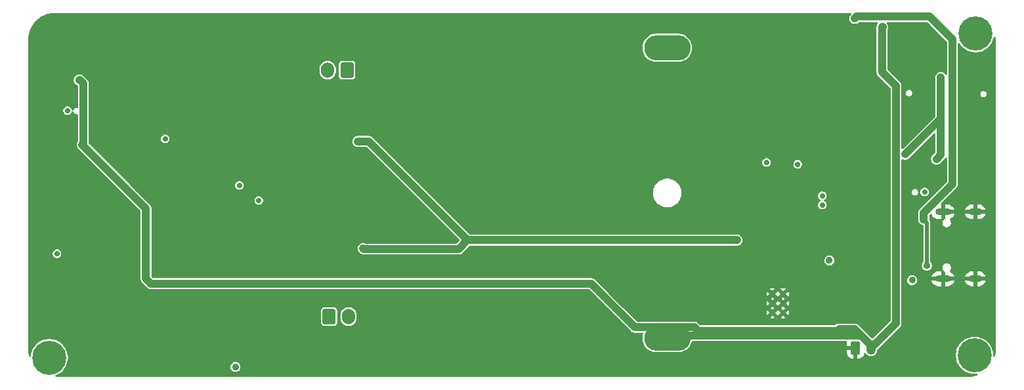
<source format=gbr>
%TF.GenerationSoftware,KiCad,Pcbnew,9.0.6*%
%TF.CreationDate,2025-12-07T16:06:48+02:00*%
%TF.ProjectId,BLUETOOTH_SPEAKER,424c5545-544f-44f5-9448-5f535045414b,rev?*%
%TF.SameCoordinates,Original*%
%TF.FileFunction,Copper,L3,Inr*%
%TF.FilePolarity,Positive*%
%FSLAX46Y46*%
G04 Gerber Fmt 4.6, Leading zero omitted, Abs format (unit mm)*
G04 Created by KiCad (PCBNEW 9.0.6) date 2025-12-07 16:06:48*
%MOMM*%
%LPD*%
G01*
G04 APERTURE LIST*
G04 Aperture macros list*
%AMRoundRect*
0 Rectangle with rounded corners*
0 $1 Rounding radius*
0 $2 $3 $4 $5 $6 $7 $8 $9 X,Y pos of 4 corners*
0 Add a 4 corners polygon primitive as box body*
4,1,4,$2,$3,$4,$5,$6,$7,$8,$9,$2,$3,0*
0 Add four circle primitives for the rounded corners*
1,1,$1+$1,$2,$3*
1,1,$1+$1,$4,$5*
1,1,$1+$1,$6,$7*
1,1,$1+$1,$8,$9*
0 Add four rect primitives between the rounded corners*
20,1,$1+$1,$2,$3,$4,$5,0*
20,1,$1+$1,$4,$5,$6,$7,0*
20,1,$1+$1,$6,$7,$8,$9,0*
20,1,$1+$1,$8,$9,$2,$3,0*%
G04 Aperture macros list end*
%TA.AperFunction,ComponentPad*%
%ADD10C,0.700000*%
%TD*%
%TA.AperFunction,ComponentPad*%
%ADD11C,4.400000*%
%TD*%
%TA.AperFunction,ComponentPad*%
%ADD12RoundRect,0.250000X0.600000X0.750000X-0.600000X0.750000X-0.600000X-0.750000X0.600000X-0.750000X0*%
%TD*%
%TA.AperFunction,ComponentPad*%
%ADD13O,1.700000X2.000000*%
%TD*%
%TA.AperFunction,HeatsinkPad*%
%ADD14O,2.000000X0.900000*%
%TD*%
%TA.AperFunction,HeatsinkPad*%
%ADD15O,1.700000X0.900000*%
%TD*%
%TA.AperFunction,ComponentPad*%
%ADD16C,0.500000*%
%TD*%
%TA.AperFunction,ComponentPad*%
%ADD17O,6.000000X3.250000*%
%TD*%
%TA.AperFunction,HeatsinkPad*%
%ADD18C,0.500000*%
%TD*%
%TA.AperFunction,ComponentPad*%
%ADD19RoundRect,0.250000X-0.350000X-0.625000X0.350000X-0.625000X0.350000X0.625000X-0.350000X0.625000X0*%
%TD*%
%TA.AperFunction,ComponentPad*%
%ADD20O,1.200000X1.750000*%
%TD*%
%TA.AperFunction,ComponentPad*%
%ADD21RoundRect,0.250000X-0.600000X-0.750000X0.600000X-0.750000X0.600000X0.750000X-0.600000X0.750000X0*%
%TD*%
%TA.AperFunction,HeatsinkPad*%
%ADD22C,0.600000*%
%TD*%
%TA.AperFunction,ViaPad*%
%ADD23C,0.900000*%
%TD*%
%TA.AperFunction,ViaPad*%
%ADD24C,0.700000*%
%TD*%
%TA.AperFunction,Conductor*%
%ADD25C,1.000000*%
%TD*%
%TA.AperFunction,Conductor*%
%ADD26C,0.500000*%
%TD*%
G04 APERTURE END LIST*
D10*
%TO.N,GND*%
%TO.C,H4*%
X51640000Y-92170000D03*
X52123274Y-91003274D03*
X52123274Y-93336726D03*
X53290000Y-90520000D03*
D11*
X53290000Y-92170000D03*
D10*
X53290000Y-93820000D03*
X54456726Y-91003274D03*
X54456726Y-93336726D03*
X54940000Y-92170000D03*
%TD*%
D12*
%TO.N,Net-(J1-Pin_1)*%
%TO.C,J1*%
X91610000Y-96580000D03*
D13*
%TO.N,Net-(J1-Pin_2)*%
X89110000Y-96580000D03*
%TD*%
D14*
%TO.N,GND*%
%TO.C,J3*%
X168481500Y-123521000D03*
D15*
X172651500Y-123521000D03*
D14*
X168481500Y-114881000D03*
D15*
X172651500Y-114881000D03*
%TD*%
D10*
%TO.N,N/C*%
%TO.C,H3*%
X51560000Y-133710000D03*
X52043274Y-132543274D03*
X52043274Y-134876726D03*
X53210000Y-132060000D03*
D11*
X53210000Y-133710000D03*
D10*
X53210000Y-135360000D03*
X54376726Y-132543274D03*
X54376726Y-134876726D03*
X54860000Y-133710000D03*
%TD*%
%TO.N,N/C*%
%TO.C,H2*%
X170890000Y-133400000D03*
X171373274Y-132233274D03*
X171373274Y-134566726D03*
X172540000Y-131750000D03*
D11*
X172540000Y-133400000D03*
D10*
X172540000Y-135050000D03*
X173706726Y-132233274D03*
X173706726Y-134566726D03*
X174190000Y-133400000D03*
%TD*%
D16*
%TO.N,GND*%
%TO.C,U7*%
X147830000Y-110430000D03*
X146780000Y-110430000D03*
X148580000Y-111205000D03*
X147830000Y-111205000D03*
X146780000Y-111205000D03*
X146030000Y-111205000D03*
X147830000Y-111980000D03*
X146780000Y-111980000D03*
%TD*%
D17*
%TO.N,Net-(U7-EN)*%
%TO.C,F1*%
X132910000Y-93680000D03*
%TO.N,V_BATT*%
X132910000Y-131180000D03*
%TD*%
D18*
%TO.N,GND*%
%TO.C,U6*%
X146457500Y-125481000D03*
X146457500Y-126681000D03*
X146457500Y-127881000D03*
X147857500Y-125481000D03*
X147857500Y-126681000D03*
X147857500Y-127881000D03*
%TD*%
D19*
%TO.N,GND*%
%TO.C,J4*%
X157200000Y-132450000D03*
D20*
%TO.N,V_BATT*%
X159200000Y-132450000D03*
%TD*%
D21*
%TO.N,Net-(J2-Pin_1)*%
%TO.C,J2*%
X89300000Y-128410000D03*
D13*
%TO.N,Net-(J2-Pin_2)*%
X91800000Y-128410000D03*
%TD*%
D10*
%TO.N,N/C*%
%TO.C,H1*%
X171020000Y-91860000D03*
X171503274Y-90693274D03*
X171503274Y-93026726D03*
X172670000Y-90210000D03*
D11*
X172670000Y-91860000D03*
D10*
X172670000Y-93510000D03*
X173836726Y-90693274D03*
X173836726Y-93026726D03*
X174320000Y-91860000D03*
%TD*%
D22*
%TO.N,GND*%
%TO.C,U3*%
X58212500Y-115050000D03*
X59737500Y-115050000D03*
X57450000Y-114287500D03*
X58975000Y-114287500D03*
X60500000Y-114287500D03*
X58212500Y-113525000D03*
X59737500Y-113525000D03*
X57450000Y-112762500D03*
X58975000Y-112762500D03*
X60500000Y-112762500D03*
X58212500Y-112000000D03*
X59737500Y-112000000D03*
%TD*%
D23*
%TO.N,+12V*%
X93000000Y-105770000D03*
X93680000Y-119600000D03*
X141930000Y-118540000D03*
D24*
%TO.N,GND*%
X66625000Y-98200000D03*
X83050000Y-113100000D03*
X87850000Y-112450000D03*
X85900000Y-112270000D03*
X85900000Y-111270000D03*
X54250000Y-96350000D03*
X54190000Y-97380000D03*
X84682500Y-119800000D03*
X61625000Y-127775000D03*
X75090000Y-112090000D03*
X163700000Y-112317500D03*
X83900000Y-113270000D03*
X83050000Y-117000000D03*
X158150000Y-110450000D03*
X80425000Y-133350000D03*
X70000000Y-129800000D03*
X154500000Y-119200000D03*
X87850000Y-114400000D03*
X51650000Y-120300000D03*
X86900000Y-113270000D03*
X52500000Y-128100000D03*
X64200000Y-131875000D03*
X69600000Y-125225000D03*
X106300000Y-91300000D03*
X87850000Y-110500000D03*
X163770000Y-121640000D03*
X84900000Y-112270000D03*
X150800000Y-119400000D03*
X84900000Y-111270000D03*
X86900000Y-114270000D03*
X83050000Y-115700000D03*
X104500000Y-91300000D03*
X164400000Y-90832500D03*
X152700000Y-118500000D03*
X76250000Y-120900000D03*
X51610000Y-105300000D03*
X143085000Y-127326000D03*
X151900000Y-134600000D03*
X83050000Y-116350000D03*
X83900000Y-111270000D03*
X158150000Y-110450000D03*
X92400000Y-122750000D03*
X159450000Y-92880000D03*
X101000000Y-132700000D03*
X143700000Y-116500000D03*
X141802500Y-129193500D03*
X93967500Y-107500000D03*
X104400000Y-133700000D03*
X113400000Y-93000000D03*
X90400000Y-101500000D03*
X80550000Y-128875000D03*
X85900000Y-114270000D03*
X116700000Y-91700000D03*
X61125000Y-98225000D03*
X115350000Y-133600000D03*
X149830000Y-112720000D03*
X56400000Y-98780000D03*
X86900000Y-111250000D03*
X101200000Y-92900000D03*
X143700000Y-114500000D03*
X162150000Y-96850000D03*
X54500000Y-127900000D03*
X69575000Y-128475000D03*
X158000000Y-113200000D03*
X106200000Y-133700000D03*
X142157500Y-112605000D03*
X157600000Y-105400000D03*
X85900000Y-113270000D03*
X75375000Y-125875000D03*
X70900000Y-118550000D03*
X77650000Y-98225000D03*
X83900000Y-114270000D03*
X149100000Y-119400000D03*
X75000000Y-114425000D03*
X93950000Y-117850000D03*
X75590000Y-110510000D03*
X75000000Y-113400000D03*
X156200000Y-119200000D03*
X75375000Y-125225000D03*
X157716250Y-97250000D03*
X86900000Y-112270000D03*
X83900000Y-112270000D03*
X152440000Y-111560000D03*
X84900000Y-113270000D03*
X80650000Y-120900000D03*
X118300000Y-91700000D03*
X56395000Y-96810000D03*
X84900000Y-114270000D03*
X88500000Y-122750000D03*
X153400000Y-134600000D03*
X83050000Y-115050000D03*
X144685000Y-132476000D03*
X82950000Y-107900000D03*
X74050000Y-119150000D03*
X72200000Y-98200000D03*
X75900000Y-118200000D03*
X69600000Y-125875000D03*
X72750000Y-129750000D03*
X163730000Y-118663750D03*
X110500000Y-132500000D03*
X84700000Y-105300000D03*
X113800000Y-133600000D03*
X166450000Y-90832500D03*
X141700000Y-106600000D03*
%TO.N,Net-(U1-GVDD)*%
X77720000Y-111460000D03*
X80210000Y-113420000D03*
D23*
%TO.N,+3.3V*%
X163610000Y-107430000D03*
X153820000Y-121150000D03*
X168200000Y-97500000D03*
X167640000Y-108060000D03*
X77210000Y-134900000D03*
D24*
%TO.N,ESP_EN*%
X54190000Y-120280000D03*
D23*
%TO.N,V_BATT*%
X160700000Y-91000000D03*
X57050000Y-97850000D03*
X155100000Y-130000000D03*
D24*
%TO.N,Net-(U7-EN)*%
X145700000Y-108500000D03*
X149724265Y-108724265D03*
%TO.N,Net-(U7-COMP)*%
X152900000Y-113975000D03*
X152900000Y-112800000D03*
D23*
%TO.N,V_USB*%
X157100000Y-89900000D03*
X164495000Y-123705000D03*
X166000000Y-115861708D03*
X166400000Y-121800000D03*
D24*
%TO.N,ESP_IO0*%
X68140000Y-105450000D03*
%TO.N,TXD0*%
X55550000Y-101800000D03*
X166100000Y-112300000D03*
%TD*%
D25*
%TO.N,+12V*%
X94400000Y-105770000D02*
X93000000Y-105770000D01*
X107170000Y-118540000D02*
X106030000Y-119680000D01*
X107170000Y-118540000D02*
X94400000Y-105770000D01*
X93760000Y-119680000D02*
X93680000Y-119600000D01*
X106030000Y-119680000D02*
X93760000Y-119680000D01*
X141930000Y-118540000D02*
X107170000Y-118540000D01*
%TO.N,+3.3V*%
X168200000Y-97500000D02*
X168200000Y-102840000D01*
X168200000Y-107500000D02*
X167640000Y-108060000D01*
X168200000Y-102840000D02*
X163610000Y-107430000D01*
X168200000Y-97500000D02*
X168200000Y-107500000D01*
%TO.N,V_BATT*%
X159200000Y-132123156D02*
X157076844Y-130000000D01*
X57450000Y-106190000D02*
X57601000Y-106039000D01*
X136390000Y-129790000D02*
X128750000Y-129790000D01*
X162409001Y-106932529D02*
X162430000Y-106911530D01*
X136844500Y-130244500D02*
X136390000Y-129790000D01*
X57601000Y-98301000D02*
X57150000Y-97850000D01*
X57150000Y-97850000D02*
X57050000Y-97850000D01*
X159200000Y-132123156D02*
X157321344Y-130244500D01*
X65680000Y-123480000D02*
X65680000Y-114420000D01*
X159200000Y-132450000D02*
X159200000Y-132123156D01*
X157321344Y-130244500D02*
X136844500Y-130244500D01*
X128750000Y-129790000D02*
X123100000Y-124140000D01*
X162430000Y-107948470D02*
X162409001Y-107927471D01*
X162430000Y-98616339D02*
X160610000Y-96796339D01*
X157950844Y-130874000D02*
X133216000Y-130874000D01*
X162409001Y-107927471D02*
X162409001Y-106932529D01*
X57601000Y-106039000D02*
X57601000Y-98301000D01*
X65680000Y-114420000D02*
X57450000Y-106190000D01*
X162430000Y-129220000D02*
X162430000Y-107948470D01*
X133216000Y-130874000D02*
X132910000Y-131180000D01*
X157076844Y-130000000D02*
X155100000Y-130000000D01*
X160610000Y-96796339D02*
X160610000Y-91010000D01*
X160610000Y-91010000D02*
X160600000Y-91000000D01*
X159200000Y-132450000D02*
X162430000Y-129220000D01*
X162430000Y-106911530D02*
X162430000Y-98616339D01*
X123100000Y-124140000D02*
X66340000Y-124140000D01*
X160600000Y-91000000D02*
X160700000Y-91000000D01*
X66340000Y-124140000D02*
X65680000Y-123480000D01*
X159200000Y-132123156D02*
X157950844Y-130874000D01*
%TO.N,V_USB*%
X169700000Y-111304207D02*
X169700000Y-92596161D01*
X166000000Y-115861708D02*
X166000000Y-115004207D01*
D26*
X166400000Y-116261708D02*
X166000000Y-115861708D01*
X166400000Y-121800000D02*
X166400000Y-116261708D01*
D25*
X157329766Y-89670234D02*
X157100000Y-89900000D01*
X166774073Y-89670234D02*
X157329766Y-89670234D01*
X169700000Y-92596161D02*
X166774073Y-89670234D01*
X166000000Y-115004207D02*
X169700000Y-111304207D01*
%TD*%
%TA.AperFunction,Conductor*%
%TO.N,GND*%
G36*
X156607215Y-89189487D02*
G01*
X156652970Y-89242291D01*
X156662914Y-89311449D01*
X156633889Y-89375005D01*
X156627858Y-89381484D01*
X156555886Y-89453456D01*
X156479222Y-89568192D01*
X156426421Y-89695667D01*
X156426418Y-89695677D01*
X156399500Y-89831003D01*
X156399500Y-89831006D01*
X156399500Y-89968994D01*
X156399500Y-89968996D01*
X156399499Y-89968996D01*
X156426418Y-90104322D01*
X156426421Y-90104332D01*
X156479222Y-90231807D01*
X156555887Y-90346545D01*
X156653454Y-90444112D01*
X156768192Y-90520777D01*
X156895667Y-90573578D01*
X156895672Y-90573580D01*
X156895676Y-90573580D01*
X156895677Y-90573581D01*
X157031003Y-90600500D01*
X157031006Y-90600500D01*
X157168996Y-90600500D01*
X157260040Y-90582389D01*
X157304328Y-90573580D01*
X157368069Y-90547177D01*
X157431807Y-90520777D01*
X157431808Y-90520776D01*
X157431811Y-90520775D01*
X157546543Y-90444114D01*
X157583603Y-90407054D01*
X157644925Y-90373568D01*
X157671285Y-90370734D01*
X159945990Y-90370734D01*
X160013029Y-90390419D01*
X160058784Y-90443223D01*
X160068728Y-90512381D01*
X160049092Y-90563624D01*
X159979225Y-90668187D01*
X159979223Y-90668190D01*
X159926421Y-90795667D01*
X159926418Y-90795677D01*
X159899500Y-90931003D01*
X159899500Y-91068995D01*
X159907117Y-91107285D01*
X159909500Y-91131478D01*
X159909500Y-96727345D01*
X159909500Y-96865333D01*
X159909500Y-96865335D01*
X159909499Y-96865335D01*
X159936418Y-97000661D01*
X159936421Y-97000671D01*
X159989222Y-97128146D01*
X160065887Y-97242884D01*
X160065888Y-97242885D01*
X161693181Y-98870177D01*
X161726666Y-98931500D01*
X161729500Y-98957858D01*
X161729500Y-106745755D01*
X161727117Y-106769947D01*
X161708501Y-106863533D01*
X161708501Y-107996467D01*
X161727117Y-108090052D01*
X161729500Y-108114244D01*
X161729500Y-128878481D01*
X161709815Y-128945520D01*
X161693181Y-128966162D01*
X159451103Y-131208240D01*
X159389780Y-131241725D01*
X159320088Y-131236741D01*
X159275741Y-131208240D01*
X157767887Y-129700386D01*
X157523390Y-129455888D01*
X157523389Y-129455887D01*
X157408651Y-129379222D01*
X157281176Y-129326421D01*
X157281166Y-129326418D01*
X157145840Y-129299500D01*
X157145838Y-129299500D01*
X157145837Y-129299500D01*
X155031007Y-129299500D01*
X155031005Y-129299500D01*
X154895677Y-129326418D01*
X154895667Y-129326421D01*
X154768195Y-129379221D01*
X154768182Y-129379228D01*
X154653458Y-129455885D01*
X154653454Y-129455888D01*
X154601664Y-129507680D01*
X154540341Y-129541166D01*
X154513982Y-129544000D01*
X137186019Y-129544000D01*
X137118980Y-129524315D01*
X137098338Y-129507681D01*
X136836546Y-129245888D01*
X136836545Y-129245887D01*
X136721807Y-129169222D01*
X136594332Y-129116421D01*
X136594322Y-129116418D01*
X136458996Y-129089500D01*
X136458994Y-129089500D01*
X136458993Y-129089500D01*
X129091519Y-129089500D01*
X129024480Y-129069815D01*
X129003838Y-129053181D01*
X128509234Y-128558577D01*
X146133475Y-128558577D01*
X146238736Y-128602178D01*
X146238740Y-128602179D01*
X146383626Y-128630999D01*
X146383629Y-128631000D01*
X146531371Y-128631000D01*
X146531373Y-128630999D01*
X146676260Y-128602179D01*
X146676275Y-128602175D01*
X146781524Y-128558578D01*
X146781524Y-128558577D01*
X147533475Y-128558577D01*
X147638736Y-128602178D01*
X147638740Y-128602179D01*
X147783626Y-128630999D01*
X147783629Y-128631000D01*
X147931371Y-128631000D01*
X147931373Y-128630999D01*
X148076260Y-128602179D01*
X148076275Y-128602175D01*
X148181524Y-128558578D01*
X148181524Y-128558577D01*
X147857501Y-128234554D01*
X147857500Y-128234554D01*
X147533475Y-128558577D01*
X146781524Y-128558577D01*
X146457501Y-128234554D01*
X146457500Y-128234554D01*
X146133475Y-128558577D01*
X128509234Y-128558577D01*
X127757783Y-127807126D01*
X145707500Y-127807126D01*
X145707500Y-127954873D01*
X145736320Y-128099759D01*
X145736322Y-128099767D01*
X145779921Y-128205024D01*
X146103946Y-127881000D01*
X146103946Y-127880999D01*
X146074110Y-127851163D01*
X146307500Y-127851163D01*
X146307500Y-127910837D01*
X146330336Y-127965968D01*
X146372532Y-128008164D01*
X146427663Y-128031000D01*
X146487337Y-128031000D01*
X146542468Y-128008164D01*
X146584664Y-127965968D01*
X146607500Y-127910837D01*
X146607500Y-127880999D01*
X146811054Y-127880999D01*
X146811054Y-127881001D01*
X147135429Y-128205376D01*
X147179569Y-128205376D01*
X147503946Y-127881000D01*
X147474109Y-127851163D01*
X147707500Y-127851163D01*
X147707500Y-127910837D01*
X147730336Y-127965968D01*
X147772532Y-128008164D01*
X147827663Y-128031000D01*
X147887337Y-128031000D01*
X147942468Y-128008164D01*
X147984664Y-127965968D01*
X148007500Y-127910837D01*
X148007500Y-127880999D01*
X148211054Y-127880999D01*
X148211054Y-127881001D01*
X148535077Y-128205024D01*
X148535078Y-128205024D01*
X148578675Y-128099775D01*
X148578679Y-128099760D01*
X148607499Y-127954873D01*
X148607500Y-127954871D01*
X148607500Y-127807128D01*
X148607499Y-127807126D01*
X148578679Y-127662240D01*
X148578678Y-127662236D01*
X148535077Y-127556975D01*
X148211054Y-127880999D01*
X148007500Y-127880999D01*
X148007500Y-127851163D01*
X147984664Y-127796032D01*
X147942468Y-127753836D01*
X147887337Y-127731000D01*
X147827663Y-127731000D01*
X147772532Y-127753836D01*
X147730336Y-127796032D01*
X147707500Y-127851163D01*
X147474109Y-127851163D01*
X147179568Y-127556622D01*
X147135430Y-127556622D01*
X146811054Y-127880999D01*
X146607500Y-127880999D01*
X146607500Y-127851163D01*
X146584664Y-127796032D01*
X146542468Y-127753836D01*
X146487337Y-127731000D01*
X146427663Y-127731000D01*
X146372532Y-127753836D01*
X146330336Y-127796032D01*
X146307500Y-127851163D01*
X146074110Y-127851163D01*
X145779921Y-127556974D01*
X145779920Y-127556974D01*
X145736323Y-127662228D01*
X145736320Y-127662240D01*
X145707500Y-127807126D01*
X127757783Y-127807126D01*
X127267976Y-127317319D01*
X127231657Y-127281000D01*
X146211054Y-127281000D01*
X146457500Y-127527446D01*
X146703946Y-127281000D01*
X147611054Y-127281000D01*
X147857500Y-127527446D01*
X148103946Y-127281000D01*
X147857500Y-127034554D01*
X147611054Y-127281000D01*
X146703946Y-127281000D01*
X146457500Y-127034554D01*
X146211054Y-127281000D01*
X127231657Y-127281000D01*
X126639378Y-126688720D01*
X126557784Y-126607126D01*
X145707500Y-126607126D01*
X145707500Y-126754873D01*
X145736320Y-126899759D01*
X145736322Y-126899767D01*
X145779921Y-127005024D01*
X146103946Y-126681000D01*
X146103946Y-126680999D01*
X146074110Y-126651163D01*
X146307500Y-126651163D01*
X146307500Y-126710837D01*
X146330336Y-126765968D01*
X146372532Y-126808164D01*
X146427663Y-126831000D01*
X146487337Y-126831000D01*
X146542468Y-126808164D01*
X146584664Y-126765968D01*
X146607500Y-126710837D01*
X146607500Y-126680999D01*
X146811054Y-126680999D01*
X146811054Y-126681001D01*
X147135429Y-127005376D01*
X147179569Y-127005376D01*
X147503946Y-126681000D01*
X147474109Y-126651163D01*
X147707500Y-126651163D01*
X147707500Y-126710837D01*
X147730336Y-126765968D01*
X147772532Y-126808164D01*
X147827663Y-126831000D01*
X147887337Y-126831000D01*
X147942468Y-126808164D01*
X147984664Y-126765968D01*
X148007500Y-126710837D01*
X148007500Y-126680999D01*
X148211054Y-126680999D01*
X148211054Y-126681001D01*
X148535077Y-127005024D01*
X148535078Y-127005024D01*
X148578675Y-126899775D01*
X148578679Y-126899760D01*
X148607499Y-126754873D01*
X148607500Y-126754871D01*
X148607500Y-126607128D01*
X148607499Y-126607126D01*
X148578679Y-126462240D01*
X148578678Y-126462236D01*
X148535077Y-126356975D01*
X148211054Y-126680999D01*
X148007500Y-126680999D01*
X148007500Y-126651163D01*
X147984664Y-126596032D01*
X147942468Y-126553836D01*
X147887337Y-126531000D01*
X147827663Y-126531000D01*
X147772532Y-126553836D01*
X147730336Y-126596032D01*
X147707500Y-126651163D01*
X147474109Y-126651163D01*
X147179568Y-126356622D01*
X147135430Y-126356622D01*
X146811054Y-126680999D01*
X146607500Y-126680999D01*
X146607500Y-126651163D01*
X146584664Y-126596032D01*
X146542468Y-126553836D01*
X146487337Y-126531000D01*
X146427663Y-126531000D01*
X146372532Y-126553836D01*
X146330336Y-126596032D01*
X146307500Y-126651163D01*
X146074110Y-126651163D01*
X145779921Y-126356974D01*
X145779920Y-126356974D01*
X145736323Y-126462228D01*
X145736320Y-126462240D01*
X145707500Y-126607126D01*
X126557784Y-126607126D01*
X126031658Y-126081000D01*
X146211054Y-126081000D01*
X146457500Y-126327446D01*
X146703946Y-126081000D01*
X147611054Y-126081000D01*
X147857500Y-126327446D01*
X148103946Y-126081000D01*
X147857500Y-125834554D01*
X147611054Y-126081000D01*
X146703946Y-126081000D01*
X146457500Y-125834554D01*
X146211054Y-126081000D01*
X126031658Y-126081000D01*
X125357784Y-125407126D01*
X145707500Y-125407126D01*
X145707500Y-125554873D01*
X145736320Y-125699759D01*
X145736322Y-125699767D01*
X145779921Y-125805024D01*
X146103946Y-125481000D01*
X146103946Y-125480999D01*
X146074110Y-125451163D01*
X146307500Y-125451163D01*
X146307500Y-125510837D01*
X146330336Y-125565968D01*
X146372532Y-125608164D01*
X146427663Y-125631000D01*
X146487337Y-125631000D01*
X146542468Y-125608164D01*
X146584664Y-125565968D01*
X146607500Y-125510837D01*
X146607500Y-125480999D01*
X146811054Y-125480999D01*
X146811054Y-125481001D01*
X147135429Y-125805376D01*
X147179569Y-125805376D01*
X147503946Y-125481000D01*
X147474109Y-125451163D01*
X147707500Y-125451163D01*
X147707500Y-125510837D01*
X147730336Y-125565968D01*
X147772532Y-125608164D01*
X147827663Y-125631000D01*
X147887337Y-125631000D01*
X147942468Y-125608164D01*
X147984664Y-125565968D01*
X148007500Y-125510837D01*
X148007500Y-125480999D01*
X148211054Y-125480999D01*
X148211054Y-125481001D01*
X148535077Y-125805024D01*
X148535078Y-125805024D01*
X148578675Y-125699775D01*
X148578679Y-125699760D01*
X148607499Y-125554873D01*
X148607500Y-125554871D01*
X148607500Y-125407128D01*
X148607499Y-125407126D01*
X148578679Y-125262240D01*
X148578678Y-125262236D01*
X148535077Y-125156975D01*
X148211054Y-125480999D01*
X148007500Y-125480999D01*
X148007500Y-125451163D01*
X147984664Y-125396032D01*
X147942468Y-125353836D01*
X147887337Y-125331000D01*
X147827663Y-125331000D01*
X147772532Y-125353836D01*
X147730336Y-125396032D01*
X147707500Y-125451163D01*
X147474109Y-125451163D01*
X147179568Y-125156622D01*
X147135430Y-125156622D01*
X146811054Y-125480999D01*
X146607500Y-125480999D01*
X146607500Y-125451163D01*
X146584664Y-125396032D01*
X146542468Y-125353836D01*
X146487337Y-125331000D01*
X146427663Y-125331000D01*
X146372532Y-125353836D01*
X146330336Y-125396032D01*
X146307500Y-125451163D01*
X146074110Y-125451163D01*
X145779921Y-125156974D01*
X145779920Y-125156974D01*
X145736323Y-125262228D01*
X145736320Y-125262240D01*
X145707500Y-125407126D01*
X125357784Y-125407126D01*
X124754078Y-124803420D01*
X146133474Y-124803420D01*
X146133474Y-124803421D01*
X146457500Y-125127446D01*
X146457501Y-125127446D01*
X146781524Y-124803421D01*
X146781522Y-124803420D01*
X147533474Y-124803420D01*
X147533474Y-124803421D01*
X147857500Y-125127446D01*
X147857501Y-125127446D01*
X148181524Y-124803421D01*
X148076267Y-124759822D01*
X148076259Y-124759820D01*
X147931372Y-124731000D01*
X147783628Y-124731000D01*
X147638740Y-124759820D01*
X147638728Y-124759823D01*
X147533474Y-124803420D01*
X146781522Y-124803420D01*
X146676267Y-124759822D01*
X146676259Y-124759820D01*
X146531372Y-124731000D01*
X146383628Y-124731000D01*
X146238740Y-124759820D01*
X146238728Y-124759823D01*
X146133474Y-124803420D01*
X124754078Y-124803420D01*
X123546545Y-123595887D01*
X123431807Y-123519222D01*
X123304332Y-123466421D01*
X123304322Y-123466418D01*
X123168996Y-123439500D01*
X123168994Y-123439500D01*
X123168993Y-123439500D01*
X66681519Y-123439500D01*
X66614480Y-123419815D01*
X66593838Y-123403181D01*
X66416819Y-123226162D01*
X66383334Y-123164839D01*
X66380500Y-123138481D01*
X66380500Y-121214071D01*
X153169499Y-121214071D01*
X153194497Y-121339738D01*
X153194499Y-121339744D01*
X153243533Y-121458124D01*
X153243538Y-121458133D01*
X153314723Y-121564668D01*
X153314726Y-121564672D01*
X153405327Y-121655273D01*
X153405331Y-121655276D01*
X153511866Y-121726461D01*
X153511872Y-121726464D01*
X153511873Y-121726465D01*
X153630256Y-121775501D01*
X153630260Y-121775501D01*
X153630261Y-121775502D01*
X153755928Y-121800500D01*
X153755931Y-121800500D01*
X153884071Y-121800500D01*
X153968615Y-121783682D01*
X154009744Y-121775501D01*
X154128127Y-121726465D01*
X154234669Y-121655276D01*
X154325276Y-121564669D01*
X154396465Y-121458127D01*
X154445501Y-121339744D01*
X154470500Y-121214069D01*
X154470500Y-121085931D01*
X154470500Y-121085928D01*
X154445502Y-120960261D01*
X154445501Y-120960260D01*
X154445501Y-120960256D01*
X154396465Y-120841873D01*
X154396464Y-120841872D01*
X154396461Y-120841866D01*
X154325276Y-120735331D01*
X154325273Y-120735327D01*
X154234672Y-120644726D01*
X154234668Y-120644723D01*
X154128133Y-120573538D01*
X154128124Y-120573533D01*
X154009744Y-120524499D01*
X154009738Y-120524497D01*
X153884071Y-120499500D01*
X153884069Y-120499500D01*
X153755931Y-120499500D01*
X153755929Y-120499500D01*
X153630261Y-120524497D01*
X153630255Y-120524499D01*
X153511875Y-120573533D01*
X153511866Y-120573538D01*
X153405331Y-120644723D01*
X153405327Y-120644726D01*
X153314726Y-120735327D01*
X153314723Y-120735331D01*
X153243538Y-120841866D01*
X153243533Y-120841875D01*
X153194499Y-120960255D01*
X153194497Y-120960261D01*
X153169500Y-121085928D01*
X153169500Y-121085931D01*
X153169500Y-121214069D01*
X153169500Y-121214071D01*
X153169499Y-121214071D01*
X66380500Y-121214071D01*
X66380500Y-114351006D01*
X66372943Y-114313017D01*
X66371091Y-114303707D01*
X66353580Y-114215672D01*
X66341311Y-114186052D01*
X66300777Y-114088192D01*
X66224112Y-113973454D01*
X65598183Y-113347525D01*
X79659500Y-113347525D01*
X79659500Y-113492475D01*
X79670759Y-113534493D01*
X79697017Y-113632488D01*
X79769488Y-113758011D01*
X79769490Y-113758013D01*
X79769491Y-113758015D01*
X79871985Y-113860509D01*
X79871986Y-113860510D01*
X79871988Y-113860511D01*
X79997511Y-113932982D01*
X79997512Y-113932982D01*
X79997515Y-113932984D01*
X80137525Y-113970500D01*
X80137528Y-113970500D01*
X80282472Y-113970500D01*
X80282475Y-113970500D01*
X80422485Y-113932984D01*
X80548015Y-113860509D01*
X80650509Y-113758015D01*
X80722984Y-113632485D01*
X80760500Y-113492475D01*
X80760500Y-113347525D01*
X80722984Y-113207515D01*
X80650509Y-113081985D01*
X80548015Y-112979491D01*
X80548013Y-112979490D01*
X80548011Y-112979488D01*
X80422488Y-112907017D01*
X80422489Y-112907017D01*
X80411006Y-112903940D01*
X80282475Y-112869500D01*
X80137525Y-112869500D01*
X80008993Y-112903940D01*
X79997511Y-112907017D01*
X79871988Y-112979488D01*
X79871982Y-112979493D01*
X79769493Y-113081982D01*
X79769488Y-113081988D01*
X79697017Y-113207511D01*
X79697016Y-113207515D01*
X79659500Y-113347525D01*
X65598183Y-113347525D01*
X63638183Y-111387525D01*
X77169500Y-111387525D01*
X77169500Y-111532475D01*
X77190218Y-111609794D01*
X77207017Y-111672488D01*
X77279488Y-111798011D01*
X77279490Y-111798013D01*
X77279491Y-111798015D01*
X77381985Y-111900509D01*
X77381986Y-111900510D01*
X77381988Y-111900511D01*
X77507511Y-111972982D01*
X77507512Y-111972982D01*
X77507515Y-111972984D01*
X77647525Y-112010500D01*
X77647528Y-112010500D01*
X77792472Y-112010500D01*
X77792475Y-112010500D01*
X77932485Y-111972984D01*
X78058015Y-111900509D01*
X78160509Y-111798015D01*
X78232984Y-111672485D01*
X78270500Y-111532475D01*
X78270500Y-111387525D01*
X78232984Y-111247515D01*
X78209744Y-111207263D01*
X78160511Y-111121988D01*
X78160506Y-111121982D01*
X78058017Y-111019493D01*
X78058011Y-111019488D01*
X77932488Y-110947017D01*
X77932489Y-110947017D01*
X77921006Y-110943940D01*
X77792475Y-110909500D01*
X77647525Y-110909500D01*
X77518993Y-110943940D01*
X77507511Y-110947017D01*
X77381988Y-111019488D01*
X77381982Y-111019493D01*
X77279493Y-111121982D01*
X77279488Y-111121988D01*
X77207017Y-111247511D01*
X77207016Y-111247515D01*
X77169500Y-111387525D01*
X63638183Y-111387525D01*
X58337819Y-106087161D01*
X58304334Y-106025838D01*
X58301500Y-105999480D01*
X58301500Y-105377525D01*
X67589500Y-105377525D01*
X67589500Y-105522475D01*
X67627016Y-105662485D01*
X67627017Y-105662488D01*
X67699488Y-105788011D01*
X67699490Y-105788013D01*
X67699491Y-105788015D01*
X67801985Y-105890509D01*
X67801986Y-105890510D01*
X67801988Y-105890511D01*
X67927511Y-105962982D01*
X67927512Y-105962982D01*
X67927515Y-105962984D01*
X68067525Y-106000500D01*
X68067528Y-106000500D01*
X68212472Y-106000500D01*
X68212475Y-106000500D01*
X68352485Y-105962984D01*
X68478015Y-105890509D01*
X68529529Y-105838995D01*
X92299499Y-105838995D01*
X92326418Y-105974322D01*
X92326421Y-105974332D01*
X92379221Y-106101804D01*
X92379228Y-106101817D01*
X92455885Y-106216541D01*
X92455888Y-106216545D01*
X92553454Y-106314111D01*
X92553458Y-106314114D01*
X92668182Y-106390771D01*
X92668195Y-106390778D01*
X92795667Y-106443578D01*
X92795672Y-106443580D01*
X92795676Y-106443580D01*
X92795677Y-106443581D01*
X92931004Y-106470500D01*
X92931007Y-106470500D01*
X94058481Y-106470500D01*
X94125520Y-106490185D01*
X94146162Y-106506819D01*
X106091662Y-118452319D01*
X106125147Y-118513642D01*
X106120163Y-118583334D01*
X106091662Y-118627681D01*
X105776162Y-118943181D01*
X105714839Y-118976666D01*
X105688481Y-118979500D01*
X94037141Y-118979500D01*
X93989689Y-118970061D01*
X93884332Y-118926421D01*
X93884322Y-118926418D01*
X93748996Y-118899500D01*
X93748994Y-118899500D01*
X93611006Y-118899500D01*
X93611004Y-118899500D01*
X93475677Y-118926418D01*
X93475667Y-118926421D01*
X93348192Y-118979222D01*
X93233454Y-119055887D01*
X93135887Y-119153454D01*
X93059222Y-119268192D01*
X93006421Y-119395667D01*
X93006418Y-119395677D01*
X92979500Y-119531003D01*
X92979500Y-119531006D01*
X92979500Y-119668994D01*
X92979500Y-119668996D01*
X92979499Y-119668996D01*
X93006418Y-119804322D01*
X93006421Y-119804332D01*
X93059222Y-119931807D01*
X93135887Y-120046545D01*
X93313454Y-120224112D01*
X93428192Y-120300777D01*
X93552997Y-120352472D01*
X93555672Y-120353580D01*
X93555676Y-120353580D01*
X93555677Y-120353581D01*
X93691003Y-120380500D01*
X93691006Y-120380500D01*
X106098996Y-120380500D01*
X106190040Y-120362389D01*
X106234328Y-120353580D01*
X106298069Y-120327177D01*
X106361807Y-120300777D01*
X106361808Y-120300776D01*
X106361811Y-120300775D01*
X106476543Y-120224114D01*
X107423837Y-119276818D01*
X107485160Y-119243334D01*
X107511518Y-119240500D01*
X141998995Y-119240500D01*
X142090041Y-119222389D01*
X142134328Y-119213580D01*
X142261811Y-119160775D01*
X142376542Y-119084114D01*
X142474114Y-118986542D01*
X142550775Y-118871811D01*
X142603580Y-118744328D01*
X142630500Y-118608993D01*
X142630500Y-118471007D01*
X142630500Y-118471004D01*
X142603581Y-118335677D01*
X142603580Y-118335676D01*
X142603580Y-118335672D01*
X142603578Y-118335667D01*
X142550778Y-118208195D01*
X142550771Y-118208182D01*
X142474114Y-118093458D01*
X142474111Y-118093454D01*
X142376545Y-117995888D01*
X142376541Y-117995885D01*
X142261817Y-117919228D01*
X142261804Y-117919221D01*
X142134332Y-117866421D01*
X142134322Y-117866418D01*
X141998995Y-117839500D01*
X141998993Y-117839500D01*
X107511519Y-117839500D01*
X107444480Y-117819815D01*
X107423838Y-117803181D01*
X102012991Y-112392334D01*
X101929368Y-112308711D01*
X131059500Y-112308711D01*
X131059500Y-112551288D01*
X131091161Y-112791785D01*
X131153947Y-113026104D01*
X131200303Y-113138017D01*
X131246776Y-113250212D01*
X131368064Y-113460289D01*
X131368066Y-113460292D01*
X131368067Y-113460293D01*
X131515733Y-113652736D01*
X131515739Y-113652743D01*
X131687256Y-113824260D01*
X131687263Y-113824266D01*
X131789253Y-113902525D01*
X131879711Y-113971936D01*
X132089788Y-114093224D01*
X132313900Y-114186054D01*
X132548211Y-114248838D01*
X132728586Y-114272584D01*
X132788711Y-114280500D01*
X132788712Y-114280500D01*
X133031289Y-114280500D01*
X133079388Y-114274167D01*
X133271789Y-114248838D01*
X133506100Y-114186054D01*
X133730212Y-114093224D01*
X133940289Y-113971936D01*
X134132738Y-113824265D01*
X134304265Y-113652738D01*
X134451936Y-113460289D01*
X134573224Y-113250212D01*
X134666054Y-113026100D01*
X134728838Y-112791789D01*
X134737298Y-112727525D01*
X152349500Y-112727525D01*
X152349500Y-112872475D01*
X152378176Y-112979493D01*
X152387017Y-113012488D01*
X152459488Y-113138011D01*
X152459490Y-113138013D01*
X152459491Y-113138015D01*
X152561985Y-113240509D01*
X152630581Y-113280113D01*
X152678796Y-113330681D01*
X152692018Y-113399288D01*
X152666050Y-113464152D01*
X152630581Y-113494887D01*
X152561985Y-113534491D01*
X152561982Y-113534493D01*
X152459493Y-113636982D01*
X152459488Y-113636988D01*
X152387017Y-113762511D01*
X152387016Y-113762515D01*
X152349500Y-113902525D01*
X152349500Y-114047475D01*
X152375120Y-114143089D01*
X152387017Y-114187488D01*
X152459488Y-114313011D01*
X152459490Y-114313013D01*
X152459491Y-114313015D01*
X152561985Y-114415509D01*
X152561986Y-114415510D01*
X152561988Y-114415511D01*
X152687511Y-114487982D01*
X152687512Y-114487982D01*
X152687515Y-114487984D01*
X152827525Y-114525500D01*
X152827528Y-114525500D01*
X152972472Y-114525500D01*
X152972475Y-114525500D01*
X153112485Y-114487984D01*
X153238015Y-114415509D01*
X153340509Y-114313015D01*
X153412984Y-114187485D01*
X153450500Y-114047475D01*
X153450500Y-113902525D01*
X153412984Y-113762515D01*
X153340509Y-113636985D01*
X153238015Y-113534491D01*
X153169418Y-113494886D01*
X153121203Y-113444320D01*
X153107980Y-113375713D01*
X153133949Y-113310848D01*
X153169419Y-113280113D01*
X153238015Y-113240509D01*
X153340509Y-113138015D01*
X153412984Y-113012485D01*
X153450500Y-112872475D01*
X153450500Y-112727525D01*
X153412984Y-112587515D01*
X153392068Y-112551288D01*
X153340511Y-112461988D01*
X153340506Y-112461982D01*
X153238017Y-112359493D01*
X153238011Y-112359488D01*
X153112488Y-112287017D01*
X153112489Y-112287017D01*
X153101006Y-112283940D01*
X152972475Y-112249500D01*
X152827525Y-112249500D01*
X152698993Y-112283940D01*
X152687511Y-112287017D01*
X152561988Y-112359488D01*
X152561982Y-112359493D01*
X152459493Y-112461982D01*
X152459488Y-112461988D01*
X152387017Y-112587511D01*
X152387016Y-112587515D01*
X152349500Y-112727525D01*
X134737298Y-112727525D01*
X134760500Y-112551288D01*
X134760500Y-112308712D01*
X134728838Y-112068211D01*
X134666054Y-111833900D01*
X134573224Y-111609788D01*
X134451936Y-111399711D01*
X134304265Y-111207262D01*
X134304260Y-111207256D01*
X134132743Y-111035739D01*
X134132736Y-111035733D01*
X133940293Y-110888067D01*
X133940292Y-110888066D01*
X133940289Y-110888064D01*
X133730212Y-110766776D01*
X133730205Y-110766773D01*
X133506104Y-110673947D01*
X133271785Y-110611161D01*
X133031289Y-110579500D01*
X133031288Y-110579500D01*
X132788712Y-110579500D01*
X132788711Y-110579500D01*
X132548214Y-110611161D01*
X132313895Y-110673947D01*
X132089794Y-110766773D01*
X132089785Y-110766777D01*
X131879706Y-110888067D01*
X131687263Y-111035733D01*
X131687256Y-111035739D01*
X131515739Y-111207256D01*
X131515733Y-111207263D01*
X131368067Y-111399706D01*
X131246777Y-111609785D01*
X131246773Y-111609794D01*
X131153947Y-111833895D01*
X131091161Y-112068214D01*
X131059500Y-112308711D01*
X101929368Y-112308711D01*
X98127737Y-108507079D01*
X98048183Y-108427525D01*
X145149500Y-108427525D01*
X145149500Y-108572475D01*
X145178520Y-108680777D01*
X145187017Y-108712488D01*
X145259488Y-108838011D01*
X145259490Y-108838013D01*
X145259491Y-108838015D01*
X145361985Y-108940509D01*
X145361986Y-108940510D01*
X145361988Y-108940511D01*
X145487511Y-109012982D01*
X145487512Y-109012982D01*
X145487515Y-109012984D01*
X145627525Y-109050500D01*
X145627528Y-109050500D01*
X145772472Y-109050500D01*
X145772475Y-109050500D01*
X145912485Y-109012984D01*
X146038015Y-108940509D01*
X146140509Y-108838015D01*
X146212984Y-108712485D01*
X146229247Y-108651790D01*
X149173765Y-108651790D01*
X149173765Y-108796740D01*
X149211281Y-108936750D01*
X149211282Y-108936753D01*
X149283753Y-109062276D01*
X149283755Y-109062278D01*
X149283756Y-109062280D01*
X149386250Y-109164774D01*
X149386251Y-109164775D01*
X149386253Y-109164776D01*
X149511776Y-109237247D01*
X149511777Y-109237247D01*
X149511780Y-109237249D01*
X149651790Y-109274765D01*
X149651793Y-109274765D01*
X149796737Y-109274765D01*
X149796740Y-109274765D01*
X149936750Y-109237249D01*
X150062280Y-109164774D01*
X150164774Y-109062280D01*
X150237249Y-108936750D01*
X150274765Y-108796740D01*
X150274765Y-108651790D01*
X150237249Y-108511780D01*
X150234225Y-108506543D01*
X150164776Y-108386253D01*
X150164771Y-108386247D01*
X150062282Y-108283758D01*
X150062276Y-108283753D01*
X149936753Y-108211282D01*
X149936754Y-108211282D01*
X149925271Y-108208205D01*
X149796740Y-108173765D01*
X149651790Y-108173765D01*
X149523258Y-108208205D01*
X149511776Y-108211282D01*
X149386253Y-108283753D01*
X149386247Y-108283758D01*
X149283758Y-108386247D01*
X149283753Y-108386253D01*
X149211282Y-108511776D01*
X149211281Y-108511780D01*
X149173765Y-108651790D01*
X146229247Y-108651790D01*
X146250500Y-108572475D01*
X146250500Y-108427525D01*
X146212984Y-108287515D01*
X146199599Y-108264332D01*
X146140511Y-108161988D01*
X146140506Y-108161982D01*
X146038017Y-108059493D01*
X146038011Y-108059488D01*
X145912488Y-107987017D01*
X145912489Y-107987017D01*
X145901006Y-107983940D01*
X145772475Y-107949500D01*
X145627525Y-107949500D01*
X145498993Y-107983940D01*
X145487511Y-107987017D01*
X145361988Y-108059488D01*
X145361982Y-108059493D01*
X145259493Y-108161982D01*
X145259488Y-108161988D01*
X145187017Y-108287511D01*
X145187016Y-108287515D01*
X145149500Y-108427525D01*
X98048183Y-108427525D01*
X94846545Y-105225887D01*
X94731807Y-105149222D01*
X94604332Y-105096421D01*
X94604322Y-105096418D01*
X94468996Y-105069500D01*
X94468994Y-105069500D01*
X94468993Y-105069500D01*
X92931007Y-105069500D01*
X92931005Y-105069500D01*
X92795677Y-105096418D01*
X92795667Y-105096421D01*
X92668195Y-105149221D01*
X92668182Y-105149228D01*
X92553458Y-105225885D01*
X92553454Y-105225888D01*
X92455888Y-105323454D01*
X92455885Y-105323458D01*
X92379228Y-105438182D01*
X92379221Y-105438195D01*
X92326421Y-105565667D01*
X92326418Y-105565677D01*
X92299500Y-105701004D01*
X92299500Y-105701007D01*
X92299500Y-105838993D01*
X92299500Y-105838995D01*
X92299499Y-105838995D01*
X68529529Y-105838995D01*
X68580509Y-105788015D01*
X68652984Y-105662485D01*
X68690500Y-105522475D01*
X68690500Y-105377525D01*
X68652984Y-105237515D01*
X68646269Y-105225885D01*
X68580511Y-105111988D01*
X68580506Y-105111982D01*
X68478017Y-105009493D01*
X68478011Y-105009488D01*
X68352488Y-104937017D01*
X68352489Y-104937017D01*
X68341006Y-104933940D01*
X68212475Y-104899500D01*
X68067525Y-104899500D01*
X67938993Y-104933940D01*
X67927511Y-104937017D01*
X67801988Y-105009488D01*
X67801982Y-105009493D01*
X67699493Y-105111982D01*
X67699488Y-105111988D01*
X67627017Y-105237511D01*
X67627016Y-105237515D01*
X67589500Y-105377525D01*
X58301500Y-105377525D01*
X58301500Y-98232004D01*
X58274581Y-98096677D01*
X58274580Y-98096676D01*
X58274580Y-98096672D01*
X58257038Y-98054322D01*
X58221778Y-97969195D01*
X58221771Y-97969182D01*
X58145115Y-97854459D01*
X58145114Y-97854458D01*
X58047542Y-97756886D01*
X57936323Y-97645667D01*
X57596546Y-97305888D01*
X57596545Y-97305887D01*
X57481807Y-97229222D01*
X57354332Y-97176421D01*
X57354322Y-97176418D01*
X57218996Y-97149500D01*
X57218994Y-97149500D01*
X57218993Y-97149500D01*
X56981007Y-97149500D01*
X56981005Y-97149500D01*
X56845677Y-97176418D01*
X56845667Y-97176421D01*
X56718195Y-97229221D01*
X56718182Y-97229228D01*
X56603458Y-97305885D01*
X56603454Y-97305888D01*
X56505888Y-97403454D01*
X56505885Y-97403458D01*
X56429228Y-97518182D01*
X56429221Y-97518195D01*
X56376421Y-97645667D01*
X56376418Y-97645677D01*
X56349500Y-97781004D01*
X56349500Y-97781007D01*
X56349500Y-97918993D01*
X56349500Y-97918995D01*
X56349499Y-97918995D01*
X56376418Y-98054322D01*
X56376421Y-98054332D01*
X56429221Y-98181804D01*
X56429228Y-98181817D01*
X56505885Y-98296541D01*
X56505888Y-98296545D01*
X56603454Y-98394111D01*
X56603458Y-98394114D01*
X56718182Y-98470771D01*
X56718195Y-98470778D01*
X56801119Y-98505126D01*
X56808051Y-98509757D01*
X56813091Y-98510854D01*
X56841346Y-98532004D01*
X56864179Y-98554836D01*
X56897666Y-98616158D01*
X56900500Y-98642519D01*
X56900500Y-101337560D01*
X56880815Y-101404599D01*
X56828011Y-101450354D01*
X56760313Y-101460499D01*
X56752728Y-101459500D01*
X56752727Y-101459500D01*
X56647273Y-101459500D01*
X56545413Y-101486793D01*
X56545410Y-101486794D01*
X56454085Y-101539521D01*
X56379521Y-101614085D01*
X56326792Y-101705414D01*
X56325576Y-101708350D01*
X56323888Y-101710443D01*
X56322729Y-101712452D01*
X56322415Y-101712271D01*
X56281731Y-101762750D01*
X56215435Y-101784810D01*
X56147737Y-101767526D01*
X56100130Y-101716386D01*
X56091246Y-101692992D01*
X56062984Y-101587515D01*
X55990509Y-101461985D01*
X55888015Y-101359491D01*
X55888013Y-101359490D01*
X55888011Y-101359488D01*
X55762488Y-101287017D01*
X55762489Y-101287017D01*
X55751006Y-101283940D01*
X55622475Y-101249500D01*
X55477525Y-101249500D01*
X55348993Y-101283940D01*
X55337511Y-101287017D01*
X55211988Y-101359488D01*
X55211982Y-101359493D01*
X55109493Y-101461982D01*
X55109488Y-101461988D01*
X55037017Y-101587511D01*
X55037016Y-101587515D01*
X54999500Y-101727525D01*
X54999500Y-101872475D01*
X55037016Y-102012485D01*
X55037017Y-102012488D01*
X55109488Y-102138011D01*
X55109490Y-102138013D01*
X55109491Y-102138015D01*
X55211985Y-102240509D01*
X55211986Y-102240510D01*
X55211988Y-102240511D01*
X55337511Y-102312982D01*
X55337512Y-102312982D01*
X55337515Y-102312984D01*
X55477525Y-102350500D01*
X55477528Y-102350500D01*
X55622472Y-102350500D01*
X55622475Y-102350500D01*
X55762485Y-102312984D01*
X55888015Y-102240509D01*
X55990509Y-102138015D01*
X56062984Y-102012485D01*
X56074833Y-101968264D01*
X56111197Y-101908605D01*
X56174044Y-101878076D01*
X56243419Y-101886371D01*
X56297297Y-101930856D01*
X56314380Y-101968263D01*
X56326793Y-102014587D01*
X56379520Y-102105913D01*
X56454087Y-102180480D01*
X56545413Y-102233207D01*
X56647273Y-102260500D01*
X56647275Y-102260500D01*
X56752722Y-102260500D01*
X56752727Y-102260500D01*
X56752731Y-102260498D01*
X56760306Y-102259501D01*
X56829342Y-102270262D01*
X56881601Y-102316638D01*
X56900500Y-102382439D01*
X56900500Y-105713902D01*
X56880815Y-105780941D01*
X56879603Y-105782792D01*
X56829227Y-105858185D01*
X56829223Y-105858192D01*
X56776420Y-105985671D01*
X56776418Y-105985677D01*
X56749500Y-106121003D01*
X56749500Y-106121006D01*
X56749500Y-106258994D01*
X56749500Y-106258996D01*
X56749499Y-106258996D01*
X56776418Y-106394322D01*
X56776421Y-106394332D01*
X56829222Y-106521807D01*
X56905887Y-106636545D01*
X56905888Y-106636546D01*
X64943181Y-114673838D01*
X64976666Y-114735161D01*
X64979500Y-114761519D01*
X64979500Y-123411006D01*
X64979500Y-123548994D01*
X64979500Y-123548996D01*
X64979499Y-123548996D01*
X65006418Y-123684322D01*
X65006421Y-123684332D01*
X65059222Y-123811807D01*
X65135887Y-123926545D01*
X65893454Y-124684112D01*
X66008192Y-124760777D01*
X66135667Y-124813578D01*
X66135672Y-124813580D01*
X66135676Y-124813580D01*
X66135677Y-124813581D01*
X66271003Y-124840500D01*
X66271006Y-124840500D01*
X66271007Y-124840500D01*
X122758481Y-124840500D01*
X122825520Y-124860185D01*
X122846162Y-124876819D01*
X128303453Y-130334111D01*
X128303454Y-130334112D01*
X128418192Y-130410777D01*
X128545667Y-130463578D01*
X128545672Y-130463580D01*
X128545676Y-130463580D01*
X128545677Y-130463581D01*
X128681003Y-130490500D01*
X128681006Y-130490500D01*
X128681007Y-130490500D01*
X129668255Y-130490500D01*
X129735294Y-130510185D01*
X129781049Y-130562989D01*
X129790993Y-130632147D01*
X129788033Y-130646578D01*
X129748592Y-130793773D01*
X129740734Y-130823101D01*
X129709501Y-131060340D01*
X129709500Y-131060356D01*
X129709500Y-131299643D01*
X129709501Y-131299659D01*
X129740734Y-131536900D01*
X129802669Y-131768045D01*
X129894243Y-131989123D01*
X129894251Y-131989140D01*
X130013891Y-132196365D01*
X130013892Y-132196367D01*
X130159569Y-132386216D01*
X130159575Y-132386223D01*
X130328776Y-132555424D01*
X130328783Y-132555430D01*
X130518632Y-132701107D01*
X130518634Y-132701108D01*
X130725859Y-132820748D01*
X130725862Y-132820749D01*
X130725870Y-132820754D01*
X130946953Y-132912330D01*
X131178098Y-132974265D01*
X131415350Y-133005500D01*
X131415357Y-133005500D01*
X134404643Y-133005500D01*
X134404650Y-133005500D01*
X134641902Y-132974265D01*
X134873047Y-132912330D01*
X135094130Y-132820754D01*
X135251322Y-132730000D01*
X135301365Y-132701108D01*
X135301367Y-132701107D01*
X135302810Y-132700000D01*
X135491218Y-132555429D01*
X135660429Y-132386218D01*
X135806105Y-132196370D01*
X135925754Y-131989130D01*
X136017330Y-131768047D01*
X136044565Y-131666406D01*
X136080931Y-131606745D01*
X136143778Y-131576217D01*
X136164340Y-131574500D01*
X155983172Y-131574500D01*
X156050211Y-131594185D01*
X156095966Y-131646989D01*
X156106530Y-131711103D01*
X156100000Y-131775013D01*
X156100000Y-132200000D01*
X156919670Y-132200000D01*
X156899925Y-132219745D01*
X156850556Y-132305255D01*
X156825000Y-132400630D01*
X156825000Y-132499370D01*
X156850556Y-132594745D01*
X156899925Y-132680255D01*
X156919670Y-132700000D01*
X156100001Y-132700000D01*
X156100001Y-133124986D01*
X156110494Y-133227697D01*
X156165641Y-133394119D01*
X156165643Y-133394124D01*
X156257684Y-133543345D01*
X156381654Y-133667315D01*
X156530875Y-133759356D01*
X156530880Y-133759358D01*
X156697302Y-133814505D01*
X156697309Y-133814506D01*
X156800019Y-133824999D01*
X156949999Y-133824999D01*
X156950000Y-133824998D01*
X156950000Y-132730330D01*
X156969745Y-132750075D01*
X157055255Y-132799444D01*
X157150630Y-132825000D01*
X157249370Y-132825000D01*
X157344745Y-132799444D01*
X157430255Y-132750075D01*
X157450000Y-132730330D01*
X157450000Y-133824999D01*
X157599972Y-133824999D01*
X157599986Y-133824998D01*
X157702697Y-133814505D01*
X157869119Y-133759358D01*
X157869124Y-133759356D01*
X158018345Y-133667315D01*
X158142315Y-133543345D01*
X158234356Y-133394124D01*
X158234358Y-133394119D01*
X158289505Y-133227697D01*
X158289506Y-133227689D01*
X158292100Y-133202305D01*
X158318496Y-133137613D01*
X158375676Y-133097462D01*
X158445487Y-133094598D01*
X158505764Y-133129932D01*
X158518560Y-133146016D01*
X158578210Y-133235288D01*
X158578213Y-133235292D01*
X158689707Y-133346786D01*
X158689711Y-133346789D01*
X158820814Y-133434390D01*
X158820827Y-133434397D01*
X158949338Y-133487627D01*
X158966503Y-133494737D01*
X159070116Y-133515347D01*
X159121153Y-133525499D01*
X159121156Y-133525500D01*
X159121158Y-133525500D01*
X159278844Y-133525500D01*
X159278845Y-133525499D01*
X159433497Y-133494737D01*
X159579179Y-133434394D01*
X159710289Y-133346789D01*
X159821789Y-133235289D01*
X159909394Y-133104179D01*
X159969737Y-132958497D01*
X160000500Y-132803842D01*
X160000500Y-132691519D01*
X160020185Y-132624480D01*
X160036819Y-132603838D01*
X162974112Y-129666545D01*
X162974114Y-129666543D01*
X163050775Y-129551811D01*
X163054011Y-129544000D01*
X163103578Y-129424332D01*
X163103580Y-129424328D01*
X163123055Y-129326421D01*
X163130500Y-129288996D01*
X163130500Y-123769071D01*
X163844499Y-123769071D01*
X163869497Y-123894738D01*
X163869499Y-123894744D01*
X163918533Y-124013124D01*
X163918538Y-124013133D01*
X163989723Y-124119668D01*
X163989726Y-124119672D01*
X164080327Y-124210273D01*
X164080331Y-124210276D01*
X164186866Y-124281461D01*
X164186872Y-124281464D01*
X164186873Y-124281465D01*
X164305256Y-124330501D01*
X164305260Y-124330501D01*
X164305261Y-124330502D01*
X164430928Y-124355500D01*
X164430931Y-124355500D01*
X164559071Y-124355500D01*
X164643615Y-124338682D01*
X164684744Y-124330501D01*
X164803127Y-124281465D01*
X164909669Y-124210276D01*
X165000276Y-124119669D01*
X165071465Y-124013127D01*
X165120501Y-123894744D01*
X165145500Y-123769069D01*
X165145500Y-123640931D01*
X165145500Y-123640928D01*
X165120502Y-123515261D01*
X165120501Y-123515260D01*
X165120501Y-123515256D01*
X165071465Y-123396873D01*
X165071462Y-123396868D01*
X165055660Y-123373218D01*
X165055659Y-123373217D01*
X165000276Y-123290331D01*
X165000273Y-123290327D01*
X164980945Y-123270999D01*
X167012615Y-123270999D01*
X167012616Y-123271000D01*
X167764512Y-123271000D01*
X167747295Y-123280940D01*
X167691440Y-123336795D01*
X167651944Y-123405204D01*
X167631500Y-123481504D01*
X167631500Y-123560496D01*
X167651944Y-123636796D01*
X167691440Y-123705205D01*
X167747295Y-123761060D01*
X167764512Y-123771000D01*
X167012616Y-123771000D01*
X167018006Y-123798100D01*
X167018007Y-123798103D01*
X167089619Y-123970991D01*
X167089624Y-123971000D01*
X167193586Y-124126589D01*
X167193589Y-124126593D01*
X167325906Y-124258910D01*
X167325910Y-124258913D01*
X167481499Y-124362875D01*
X167481508Y-124362880D01*
X167654394Y-124434491D01*
X167654402Y-124434493D01*
X167837928Y-124470999D01*
X167837931Y-124471000D01*
X168231500Y-124471000D01*
X168231500Y-123821000D01*
X168731500Y-123821000D01*
X168731500Y-124471000D01*
X169125069Y-124471000D01*
X169125071Y-124470999D01*
X169308597Y-124434493D01*
X169308605Y-124434491D01*
X169481491Y-124362880D01*
X169481500Y-124362875D01*
X169637089Y-124258913D01*
X169637093Y-124258910D01*
X169769410Y-124126593D01*
X169769413Y-124126589D01*
X169873375Y-123971000D01*
X169873380Y-123970991D01*
X169944992Y-123798103D01*
X169944993Y-123798100D01*
X169950384Y-123771000D01*
X169198488Y-123771000D01*
X169215705Y-123761060D01*
X169271560Y-123705205D01*
X169311056Y-123636796D01*
X169331500Y-123560496D01*
X169331500Y-123481504D01*
X169311056Y-123405204D01*
X169271560Y-123336795D01*
X169215705Y-123280940D01*
X169198488Y-123271000D01*
X169950384Y-123271000D01*
X169950384Y-123270999D01*
X171332615Y-123270999D01*
X171332616Y-123271000D01*
X172084512Y-123271000D01*
X172067295Y-123280940D01*
X172011440Y-123336795D01*
X171971944Y-123405204D01*
X171951500Y-123481504D01*
X171951500Y-123560496D01*
X171971944Y-123636796D01*
X172011440Y-123705205D01*
X172067295Y-123761060D01*
X172084512Y-123771000D01*
X171332616Y-123771000D01*
X171338006Y-123798100D01*
X171338007Y-123798103D01*
X171409619Y-123970991D01*
X171409624Y-123971000D01*
X171513586Y-124126589D01*
X171513589Y-124126593D01*
X171645906Y-124258910D01*
X171645910Y-124258913D01*
X171801499Y-124362875D01*
X171801508Y-124362880D01*
X171974394Y-124434491D01*
X171974402Y-124434493D01*
X172157928Y-124470999D01*
X172157931Y-124471000D01*
X172401500Y-124471000D01*
X172401500Y-123821000D01*
X172901500Y-123821000D01*
X172901500Y-124471000D01*
X173145069Y-124471000D01*
X173145071Y-124470999D01*
X173328597Y-124434493D01*
X173328605Y-124434491D01*
X173501491Y-124362880D01*
X173501500Y-124362875D01*
X173657089Y-124258913D01*
X173657093Y-124258910D01*
X173789410Y-124126593D01*
X173789413Y-124126589D01*
X173893375Y-123971000D01*
X173893380Y-123970991D01*
X173964992Y-123798103D01*
X173964993Y-123798100D01*
X173970384Y-123771000D01*
X173218488Y-123771000D01*
X173235705Y-123761060D01*
X173291560Y-123705205D01*
X173331056Y-123636796D01*
X173351500Y-123560496D01*
X173351500Y-123481504D01*
X173331056Y-123405204D01*
X173291560Y-123336795D01*
X173235705Y-123280940D01*
X173218488Y-123271000D01*
X173970384Y-123271000D01*
X173970384Y-123270999D01*
X173964993Y-123243899D01*
X173964992Y-123243896D01*
X173893380Y-123071008D01*
X173893375Y-123070999D01*
X173789413Y-122915410D01*
X173789410Y-122915406D01*
X173657093Y-122783089D01*
X173657089Y-122783086D01*
X173501500Y-122679124D01*
X173501491Y-122679119D01*
X173328605Y-122607508D01*
X173328597Y-122607506D01*
X173145070Y-122571000D01*
X172901500Y-122571000D01*
X172901500Y-123221000D01*
X172401500Y-123221000D01*
X172401500Y-122571000D01*
X172157930Y-122571000D01*
X171974402Y-122607506D01*
X171974394Y-122607508D01*
X171801508Y-122679119D01*
X171801499Y-122679124D01*
X171645910Y-122783086D01*
X171645906Y-122783089D01*
X171513589Y-122915406D01*
X171513586Y-122915410D01*
X171409624Y-123070999D01*
X171409619Y-123071008D01*
X171338007Y-123243896D01*
X171338006Y-123243899D01*
X171332615Y-123270999D01*
X169950384Y-123270999D01*
X169944993Y-123243899D01*
X169944992Y-123243896D01*
X169873380Y-123071008D01*
X169873375Y-123070999D01*
X169769413Y-122915410D01*
X169769410Y-122915406D01*
X169637093Y-122783089D01*
X169637089Y-122783086D01*
X169481500Y-122679124D01*
X169481494Y-122679121D01*
X169419889Y-122653603D01*
X169365486Y-122609761D01*
X169343422Y-122543467D01*
X169360702Y-122475768D01*
X169379656Y-122451367D01*
X169402009Y-122429015D01*
X169474484Y-122303485D01*
X169512000Y-122163475D01*
X169512000Y-122018525D01*
X169474484Y-121878515D01*
X169415009Y-121775502D01*
X169402011Y-121752988D01*
X169402006Y-121752982D01*
X169299517Y-121650493D01*
X169299511Y-121650488D01*
X169173988Y-121578017D01*
X169173989Y-121578017D01*
X169162506Y-121574940D01*
X169033975Y-121540500D01*
X168889025Y-121540500D01*
X168760493Y-121574940D01*
X168749011Y-121578017D01*
X168623488Y-121650488D01*
X168623482Y-121650493D01*
X168520993Y-121752982D01*
X168520988Y-121752988D01*
X168448517Y-121878511D01*
X168448516Y-121878515D01*
X168411000Y-122018525D01*
X168411000Y-122163475D01*
X168448516Y-122303485D01*
X168448517Y-122303488D01*
X168520988Y-122429011D01*
X168520990Y-122429013D01*
X168520991Y-122429015D01*
X168623485Y-122531509D01*
X168669499Y-122558075D01*
X168717715Y-122608640D01*
X168731500Y-122665462D01*
X168731500Y-123221000D01*
X168231500Y-123221000D01*
X168231500Y-122571000D01*
X167837930Y-122571000D01*
X167654402Y-122607506D01*
X167654394Y-122607508D01*
X167481508Y-122679119D01*
X167481499Y-122679124D01*
X167325910Y-122783086D01*
X167325906Y-122783089D01*
X167193589Y-122915406D01*
X167193586Y-122915410D01*
X167089624Y-123070999D01*
X167089619Y-123071008D01*
X167018007Y-123243896D01*
X167018006Y-123243899D01*
X167012615Y-123270999D01*
X164980945Y-123270999D01*
X164909672Y-123199726D01*
X164909668Y-123199723D01*
X164803133Y-123128538D01*
X164803124Y-123128533D01*
X164684744Y-123079499D01*
X164684738Y-123079497D01*
X164559071Y-123054500D01*
X164559069Y-123054500D01*
X164430931Y-123054500D01*
X164430929Y-123054500D01*
X164305261Y-123079497D01*
X164305255Y-123079499D01*
X164186875Y-123128533D01*
X164186866Y-123128538D01*
X164080331Y-123199723D01*
X164080327Y-123199726D01*
X163989726Y-123290327D01*
X163989723Y-123290331D01*
X163918538Y-123396866D01*
X163918533Y-123396875D01*
X163869499Y-123515255D01*
X163869497Y-123515261D01*
X163844500Y-123640928D01*
X163844500Y-123640931D01*
X163844500Y-123769069D01*
X163844500Y-123769071D01*
X163844499Y-123769071D01*
X163130500Y-123769071D01*
X163130500Y-112287273D01*
X164459500Y-112287273D01*
X164459500Y-112392727D01*
X164486793Y-112494587D01*
X164539520Y-112585913D01*
X164614087Y-112660480D01*
X164705413Y-112713207D01*
X164807273Y-112740500D01*
X164807275Y-112740500D01*
X164912725Y-112740500D01*
X164912727Y-112740500D01*
X165014587Y-112713207D01*
X165105913Y-112660480D01*
X165180480Y-112585913D01*
X165233207Y-112494587D01*
X165260500Y-112392727D01*
X165260500Y-112287273D01*
X165244491Y-112227525D01*
X165549500Y-112227525D01*
X165549500Y-112372475D01*
X165582220Y-112494586D01*
X165587017Y-112512488D01*
X165659488Y-112638011D01*
X165659490Y-112638013D01*
X165659491Y-112638015D01*
X165761985Y-112740509D01*
X165761986Y-112740510D01*
X165761988Y-112740511D01*
X165887511Y-112812982D01*
X165887512Y-112812982D01*
X165887515Y-112812984D01*
X166027525Y-112850500D01*
X166027528Y-112850500D01*
X166172472Y-112850500D01*
X166172475Y-112850500D01*
X166312485Y-112812984D01*
X166438015Y-112740509D01*
X166540509Y-112638015D01*
X166612984Y-112512485D01*
X166650500Y-112372475D01*
X166650500Y-112227525D01*
X166612984Y-112087515D01*
X166568519Y-112010500D01*
X166540511Y-111961988D01*
X166540506Y-111961982D01*
X166438017Y-111859493D01*
X166438011Y-111859488D01*
X166312488Y-111787017D01*
X166312489Y-111787017D01*
X166301006Y-111783940D01*
X166172475Y-111749500D01*
X166027525Y-111749500D01*
X165898993Y-111783940D01*
X165887511Y-111787017D01*
X165761988Y-111859488D01*
X165761982Y-111859493D01*
X165659493Y-111961982D01*
X165659488Y-111961988D01*
X165587017Y-112087511D01*
X165587016Y-112087515D01*
X165549500Y-112227525D01*
X165244491Y-112227525D01*
X165233207Y-112185413D01*
X165180480Y-112094087D01*
X165105913Y-112019520D01*
X165014587Y-111966793D01*
X164912727Y-111939500D01*
X164807273Y-111939500D01*
X164705413Y-111966793D01*
X164705410Y-111966794D01*
X164614085Y-112019521D01*
X164539521Y-112094085D01*
X164486794Y-112185410D01*
X164486793Y-112185413D01*
X164459500Y-112287273D01*
X163130500Y-112287273D01*
X163130500Y-108175179D01*
X163150185Y-108108140D01*
X163202989Y-108062385D01*
X163272147Y-108052441D01*
X163301950Y-108060617D01*
X163405672Y-108103580D01*
X163405676Y-108103580D01*
X163405677Y-108103581D01*
X163541003Y-108130500D01*
X163541006Y-108130500D01*
X163678996Y-108130500D01*
X163770040Y-108112389D01*
X163814328Y-108103580D01*
X163920776Y-108059488D01*
X163941807Y-108050777D01*
X163941808Y-108050776D01*
X163941811Y-108050775D01*
X164056543Y-107974114D01*
X167287819Y-104742838D01*
X167349142Y-104709353D01*
X167418834Y-104714337D01*
X167474767Y-104756209D01*
X167499184Y-104821673D01*
X167499500Y-104830519D01*
X167499500Y-107158480D01*
X167479815Y-107225519D01*
X167463181Y-107246161D01*
X167095888Y-107613453D01*
X167095887Y-107613454D01*
X167019222Y-107728192D01*
X166966421Y-107855667D01*
X166966418Y-107855677D01*
X166939500Y-107991003D01*
X166939500Y-107991006D01*
X166939500Y-108128994D01*
X166939500Y-108128996D01*
X166939499Y-108128996D01*
X166966418Y-108264322D01*
X166966421Y-108264332D01*
X167019222Y-108391807D01*
X167095887Y-108506545D01*
X167193454Y-108604112D01*
X167308192Y-108680777D01*
X167435667Y-108733578D01*
X167435672Y-108733580D01*
X167435676Y-108733580D01*
X167435677Y-108733581D01*
X167571003Y-108760500D01*
X167571006Y-108760500D01*
X167708996Y-108760500D01*
X167800040Y-108742389D01*
X167844328Y-108733580D01*
X167908069Y-108707177D01*
X167971807Y-108680777D01*
X167971808Y-108680776D01*
X167971811Y-108680775D01*
X168086543Y-108604114D01*
X168744114Y-107946543D01*
X168772397Y-107904213D01*
X168826009Y-107859408D01*
X168895334Y-107850701D01*
X168958362Y-107880855D01*
X168995082Y-107940298D01*
X168999500Y-107973104D01*
X168999500Y-110962687D01*
X168979815Y-111029726D01*
X168963181Y-111050368D01*
X165455888Y-114557660D01*
X165455887Y-114557661D01*
X165440293Y-114581000D01*
X165411342Y-114624329D01*
X165406885Y-114631000D01*
X165379223Y-114672398D01*
X165326421Y-114799874D01*
X165326418Y-114799884D01*
X165299500Y-114935211D01*
X165299500Y-114935214D01*
X165299500Y-115930701D01*
X165299500Y-115930703D01*
X165299499Y-115930703D01*
X165326418Y-116066030D01*
X165326421Y-116066040D01*
X165379221Y-116193512D01*
X165379228Y-116193525D01*
X165455885Y-116308249D01*
X165455888Y-116308253D01*
X165553454Y-116405819D01*
X165553458Y-116405822D01*
X165668182Y-116482479D01*
X165668195Y-116482486D01*
X165767177Y-116523485D01*
X165795672Y-116535288D01*
X165849692Y-116546033D01*
X165911601Y-116578417D01*
X165946176Y-116639132D01*
X165949500Y-116667650D01*
X165949500Y-121279192D01*
X165929815Y-121346231D01*
X165913181Y-121366873D01*
X165894726Y-121385327D01*
X165894723Y-121385331D01*
X165823538Y-121491866D01*
X165823533Y-121491875D01*
X165774499Y-121610255D01*
X165774497Y-121610261D01*
X165749500Y-121735928D01*
X165749500Y-121735931D01*
X165749500Y-121864069D01*
X165749500Y-121864071D01*
X165749499Y-121864071D01*
X165774497Y-121989738D01*
X165774499Y-121989744D01*
X165823533Y-122108124D01*
X165823538Y-122108133D01*
X165894723Y-122214668D01*
X165894726Y-122214672D01*
X165985327Y-122305273D01*
X165985331Y-122305276D01*
X166091866Y-122376461D01*
X166091872Y-122376464D01*
X166091873Y-122376465D01*
X166210256Y-122425501D01*
X166210260Y-122425501D01*
X166210261Y-122425502D01*
X166335928Y-122450500D01*
X166335931Y-122450500D01*
X166464071Y-122450500D01*
X166572078Y-122429015D01*
X166589744Y-122425501D01*
X166708127Y-122376465D01*
X166814669Y-122305276D01*
X166905276Y-122214669D01*
X166976465Y-122108127D01*
X167025501Y-121989744D01*
X167033453Y-121949765D01*
X167050500Y-121864071D01*
X167050500Y-121735928D01*
X167025502Y-121610261D01*
X167025501Y-121610260D01*
X167025501Y-121610256D01*
X166976465Y-121491873D01*
X166976464Y-121491872D01*
X166976461Y-121491866D01*
X166905276Y-121385331D01*
X166905273Y-121385327D01*
X166886819Y-121366873D01*
X166853334Y-121305550D01*
X166850500Y-121279192D01*
X166850500Y-116202401D01*
X166850500Y-116202399D01*
X166819799Y-116087822D01*
X166819797Y-116087818D01*
X166794731Y-116044402D01*
X166760493Y-115985100D01*
X166760487Y-115985092D01*
X166736819Y-115961424D01*
X166703334Y-115900101D01*
X166700500Y-115873743D01*
X166700500Y-115345725D01*
X166709144Y-115316284D01*
X166715668Y-115286298D01*
X166719422Y-115281282D01*
X166720185Y-115278686D01*
X166736814Y-115258049D01*
X166833699Y-115161164D01*
X166895020Y-115127681D01*
X166964712Y-115132665D01*
X167020645Y-115174537D01*
X167035939Y-115201394D01*
X167089619Y-115330991D01*
X167089624Y-115331000D01*
X167193586Y-115486589D01*
X167193589Y-115486593D01*
X167325906Y-115618910D01*
X167325910Y-115618913D01*
X167481499Y-115722875D01*
X167481508Y-115722880D01*
X167654394Y-115794491D01*
X167654402Y-115794493D01*
X167837928Y-115830999D01*
X167837931Y-115831000D01*
X168231500Y-115831000D01*
X168231500Y-115181000D01*
X168731500Y-115181000D01*
X168731500Y-115736537D01*
X168711815Y-115803576D01*
X168669500Y-115843924D01*
X168623488Y-115870489D01*
X168623482Y-115870493D01*
X168520993Y-115972982D01*
X168520988Y-115972988D01*
X168448517Y-116098511D01*
X168448516Y-116098515D01*
X168411000Y-116238525D01*
X168411000Y-116383475D01*
X168448516Y-116523485D01*
X168448517Y-116523488D01*
X168520988Y-116649011D01*
X168520990Y-116649013D01*
X168520991Y-116649015D01*
X168623485Y-116751509D01*
X168623486Y-116751510D01*
X168623488Y-116751511D01*
X168749011Y-116823982D01*
X168749012Y-116823982D01*
X168749015Y-116823984D01*
X168889025Y-116861500D01*
X168889028Y-116861500D01*
X169033972Y-116861500D01*
X169033975Y-116861500D01*
X169173985Y-116823984D01*
X169299515Y-116751509D01*
X169402009Y-116649015D01*
X169474484Y-116523485D01*
X169512000Y-116383475D01*
X169512000Y-116238525D01*
X169474484Y-116098515D01*
X169468310Y-116087822D01*
X169402011Y-115972988D01*
X169402006Y-115972982D01*
X169379662Y-115950638D01*
X169346177Y-115889315D01*
X169351161Y-115819623D01*
X169393033Y-115763690D01*
X169419891Y-115748396D01*
X169481487Y-115722882D01*
X169481500Y-115722875D01*
X169637089Y-115618913D01*
X169637093Y-115618910D01*
X169769410Y-115486593D01*
X169769413Y-115486589D01*
X169873375Y-115331000D01*
X169873380Y-115330991D01*
X169944992Y-115158103D01*
X169944993Y-115158100D01*
X169950384Y-115131000D01*
X169198488Y-115131000D01*
X169215705Y-115121060D01*
X169271560Y-115065205D01*
X169311056Y-114996796D01*
X169331500Y-114920496D01*
X169331500Y-114841504D01*
X169311056Y-114765204D01*
X169271560Y-114696795D01*
X169215705Y-114640940D01*
X169198488Y-114631000D01*
X169950384Y-114631000D01*
X169950384Y-114630999D01*
X171332615Y-114630999D01*
X171332616Y-114631000D01*
X172084512Y-114631000D01*
X172067295Y-114640940D01*
X172011440Y-114696795D01*
X171971944Y-114765204D01*
X171951500Y-114841504D01*
X171951500Y-114920496D01*
X171971944Y-114996796D01*
X172011440Y-115065205D01*
X172067295Y-115121060D01*
X172084512Y-115131000D01*
X171332616Y-115131000D01*
X171338006Y-115158100D01*
X171338007Y-115158103D01*
X171409619Y-115330991D01*
X171409624Y-115331000D01*
X171513586Y-115486589D01*
X171513589Y-115486593D01*
X171645906Y-115618910D01*
X171645910Y-115618913D01*
X171801499Y-115722875D01*
X171801508Y-115722880D01*
X171974394Y-115794491D01*
X171974402Y-115794493D01*
X172157928Y-115830999D01*
X172157931Y-115831000D01*
X172401500Y-115831000D01*
X172401500Y-115181000D01*
X172901500Y-115181000D01*
X172901500Y-115831000D01*
X173145069Y-115831000D01*
X173145071Y-115830999D01*
X173328597Y-115794493D01*
X173328605Y-115794491D01*
X173501491Y-115722880D01*
X173501500Y-115722875D01*
X173657089Y-115618913D01*
X173657093Y-115618910D01*
X173789410Y-115486593D01*
X173789413Y-115486589D01*
X173893375Y-115331000D01*
X173893380Y-115330991D01*
X173964992Y-115158103D01*
X173964993Y-115158100D01*
X173970384Y-115131000D01*
X173218488Y-115131000D01*
X173235705Y-115121060D01*
X173291560Y-115065205D01*
X173331056Y-114996796D01*
X173351500Y-114920496D01*
X173351500Y-114841504D01*
X173331056Y-114765204D01*
X173291560Y-114696795D01*
X173235705Y-114640940D01*
X173218488Y-114631000D01*
X173970384Y-114631000D01*
X173970384Y-114630999D01*
X173964993Y-114603899D01*
X173964992Y-114603896D01*
X173893380Y-114431008D01*
X173893375Y-114430999D01*
X173789413Y-114275410D01*
X173789410Y-114275406D01*
X173657093Y-114143089D01*
X173657089Y-114143086D01*
X173501500Y-114039124D01*
X173501491Y-114039119D01*
X173328605Y-113967508D01*
X173328597Y-113967506D01*
X173145070Y-113931000D01*
X172901500Y-113931000D01*
X172901500Y-114581000D01*
X172401500Y-114581000D01*
X172401500Y-113931000D01*
X172157930Y-113931000D01*
X171974402Y-113967506D01*
X171974394Y-113967508D01*
X171801508Y-114039119D01*
X171801499Y-114039124D01*
X171645910Y-114143086D01*
X171645906Y-114143089D01*
X171513589Y-114275406D01*
X171513586Y-114275410D01*
X171409624Y-114430999D01*
X171409619Y-114431008D01*
X171338007Y-114603896D01*
X171338006Y-114603899D01*
X171332615Y-114630999D01*
X169950384Y-114630999D01*
X169944993Y-114603899D01*
X169944992Y-114603896D01*
X169873380Y-114431008D01*
X169873375Y-114430999D01*
X169769413Y-114275410D01*
X169769410Y-114275406D01*
X169637093Y-114143089D01*
X169637089Y-114143086D01*
X169481500Y-114039124D01*
X169481491Y-114039119D01*
X169308605Y-113967508D01*
X169308597Y-113967506D01*
X169125070Y-113931000D01*
X168731500Y-113931000D01*
X168731500Y-114581000D01*
X168231500Y-114581000D01*
X168231500Y-113927788D01*
X168201878Y-113873540D01*
X168206862Y-113803848D01*
X168235363Y-113759501D01*
X170244112Y-111750752D01*
X170244114Y-111750750D01*
X170320775Y-111636018D01*
X170373580Y-111508536D01*
X170393722Y-111407273D01*
X170400500Y-111373200D01*
X170400500Y-99597273D01*
X173299500Y-99597273D01*
X173299500Y-99702727D01*
X173326793Y-99804587D01*
X173379520Y-99895913D01*
X173454087Y-99970480D01*
X173545413Y-100023207D01*
X173647273Y-100050500D01*
X173647275Y-100050500D01*
X173752725Y-100050500D01*
X173752727Y-100050500D01*
X173854587Y-100023207D01*
X173945913Y-99970480D01*
X174020480Y-99895913D01*
X174073207Y-99804587D01*
X174100500Y-99702727D01*
X174100500Y-99597273D01*
X174073207Y-99495413D01*
X174020480Y-99404087D01*
X173945913Y-99329520D01*
X173854587Y-99276793D01*
X173752727Y-99249500D01*
X173647273Y-99249500D01*
X173545413Y-99276793D01*
X173545410Y-99276794D01*
X173454085Y-99329521D01*
X173379521Y-99404085D01*
X173326794Y-99495410D01*
X173326793Y-99495413D01*
X173299500Y-99597273D01*
X170400500Y-99597273D01*
X170400500Y-93190470D01*
X170420185Y-93123431D01*
X170472989Y-93077676D01*
X170542147Y-93067732D01*
X170605703Y-93096757D01*
X170629492Y-93124496D01*
X170709162Y-93251289D01*
X170877266Y-93462085D01*
X171067915Y-93652734D01*
X171278711Y-93820838D01*
X171507003Y-93964284D01*
X171749921Y-94081267D01*
X171941049Y-94148145D01*
X172004397Y-94170312D01*
X172004405Y-94170315D01*
X172004408Y-94170315D01*
X172004409Y-94170316D01*
X172267268Y-94230312D01*
X172535187Y-94260499D01*
X172535188Y-94260500D01*
X172535191Y-94260500D01*
X172804812Y-94260500D01*
X172804812Y-94260499D01*
X173072732Y-94230312D01*
X173335591Y-94170316D01*
X173590079Y-94081267D01*
X173832997Y-93964284D01*
X174061289Y-93820838D01*
X174272085Y-93652734D01*
X174462734Y-93462085D01*
X174630838Y-93251289D01*
X174774284Y-93022997D01*
X174891267Y-92780079D01*
X174980316Y-92525591D01*
X175013535Y-92380045D01*
X175022597Y-92363845D01*
X175026947Y-92345799D01*
X175039298Y-92333986D01*
X175047643Y-92319068D01*
X175064027Y-92310337D01*
X175077442Y-92297508D01*
X175094219Y-92294248D01*
X175109305Y-92286210D01*
X175127807Y-92287723D01*
X175146029Y-92284183D01*
X175161906Y-92290511D01*
X175178942Y-92291905D01*
X175193687Y-92303179D01*
X175210933Y-92310054D01*
X175220869Y-92323963D01*
X175234446Y-92334345D01*
X175240755Y-92351801D01*
X175251546Y-92366908D01*
X175257743Y-92398806D01*
X175258194Y-92400054D01*
X175258277Y-92401554D01*
X175269351Y-92626965D01*
X175269500Y-92633050D01*
X175269500Y-132726949D01*
X175269351Y-132733034D01*
X175253140Y-133063007D01*
X175251947Y-133075117D01*
X175203920Y-133398888D01*
X175201546Y-133410821D01*
X175184784Y-133477742D01*
X175149401Y-133537990D01*
X175087062Y-133569544D01*
X175017560Y-133562386D01*
X174962961Y-133518789D01*
X174940600Y-133452594D01*
X174940500Y-133447614D01*
X174940500Y-133265188D01*
X174940499Y-133265186D01*
X174937130Y-133235289D01*
X174910312Y-132997268D01*
X174850316Y-132734409D01*
X174838662Y-132701105D01*
X174804627Y-132603838D01*
X174761267Y-132479921D01*
X174644284Y-132237003D01*
X174500838Y-132008711D01*
X174332734Y-131797915D01*
X174142085Y-131607266D01*
X174140141Y-131605716D01*
X173993449Y-131488733D01*
X173931289Y-131439162D01*
X173702997Y-131295716D01*
X173702994Y-131295714D01*
X173460082Y-131178734D01*
X173205602Y-131089687D01*
X173205594Y-131089684D01*
X173008446Y-131044687D01*
X172942732Y-131029688D01*
X172942728Y-131029687D01*
X172942719Y-131029686D01*
X172674813Y-130999500D01*
X172674809Y-130999500D01*
X172405191Y-130999500D01*
X172405186Y-130999500D01*
X172137280Y-131029686D01*
X172137268Y-131029688D01*
X171874405Y-131089684D01*
X171874397Y-131089687D01*
X171619917Y-131178734D01*
X171377005Y-131295714D01*
X171148712Y-131439161D01*
X170937915Y-131607265D01*
X170747265Y-131797915D01*
X170579161Y-132008712D01*
X170435714Y-132237005D01*
X170318734Y-132479917D01*
X170229687Y-132734397D01*
X170229684Y-132734405D01*
X170169688Y-132997268D01*
X170169686Y-132997280D01*
X170139500Y-133265186D01*
X170139500Y-133534813D01*
X170169686Y-133802719D01*
X170169687Y-133802728D01*
X170169688Y-133802732D01*
X170174770Y-133824998D01*
X170229684Y-134065594D01*
X170229687Y-134065602D01*
X170318734Y-134320082D01*
X170435714Y-134562994D01*
X170435716Y-134562997D01*
X170579162Y-134791289D01*
X170747266Y-135002085D01*
X170937915Y-135192734D01*
X171148711Y-135360838D01*
X171377003Y-135504284D01*
X171377005Y-135504285D01*
X171421061Y-135525501D01*
X171619921Y-135621267D01*
X171811049Y-135688145D01*
X171874397Y-135710312D01*
X171874405Y-135710315D01*
X171874408Y-135710315D01*
X171874409Y-135710316D01*
X172137268Y-135770312D01*
X172405187Y-135800499D01*
X172405188Y-135800500D01*
X172405191Y-135800500D01*
X172674812Y-135800500D01*
X172674812Y-135800499D01*
X172797347Y-135786693D01*
X172818135Y-135790334D01*
X172839208Y-135789110D01*
X172851862Y-135796241D01*
X172866169Y-135798747D01*
X172881689Y-135813050D01*
X172900078Y-135823413D01*
X172906867Y-135836253D01*
X172917548Y-135846096D01*
X172922872Y-135866519D01*
X172932739Y-135885179D01*
X172931509Y-135899650D01*
X172935173Y-135913706D01*
X172928609Y-135933768D01*
X172926822Y-135954797D01*
X172917963Y-135966305D01*
X172913447Y-135980112D01*
X172897079Y-135993440D01*
X172884206Y-136010166D01*
X172862340Y-136021728D01*
X172859268Y-136024230D01*
X172853006Y-136026664D01*
X172819983Y-136038480D01*
X172808337Y-136042013D01*
X172490822Y-136121546D01*
X172478888Y-136123920D01*
X172155117Y-136171947D01*
X172143007Y-136173140D01*
X171830723Y-136188481D01*
X171813032Y-136189351D01*
X171806949Y-136189500D01*
X54121902Y-136189500D01*
X54054863Y-136169815D01*
X54009108Y-136117011D01*
X53999164Y-136047853D01*
X54028189Y-135984297D01*
X54080947Y-135948459D01*
X54081395Y-135948302D01*
X54130079Y-135931267D01*
X54372997Y-135814284D01*
X54601289Y-135670838D01*
X54812085Y-135502734D01*
X55002734Y-135312085D01*
X55170838Y-135101289D01*
X55257058Y-134964071D01*
X76559499Y-134964071D01*
X76584497Y-135089738D01*
X76584499Y-135089744D01*
X76633533Y-135208124D01*
X76633538Y-135208133D01*
X76704723Y-135314668D01*
X76704726Y-135314672D01*
X76795327Y-135405273D01*
X76795331Y-135405276D01*
X76901866Y-135476461D01*
X76901872Y-135476464D01*
X76901873Y-135476465D01*
X77020256Y-135525501D01*
X77020260Y-135525501D01*
X77020261Y-135525502D01*
X77145928Y-135550500D01*
X77145931Y-135550500D01*
X77274071Y-135550500D01*
X77358615Y-135533682D01*
X77399744Y-135525501D01*
X77518127Y-135476465D01*
X77624669Y-135405276D01*
X77715276Y-135314669D01*
X77786465Y-135208127D01*
X77835501Y-135089744D01*
X77860500Y-134964069D01*
X77860500Y-134835931D01*
X77860500Y-134835928D01*
X77835502Y-134710261D01*
X77835501Y-134710260D01*
X77835501Y-134710256D01*
X77786465Y-134591873D01*
X77786464Y-134591872D01*
X77786461Y-134591866D01*
X77715276Y-134485331D01*
X77715273Y-134485327D01*
X77624672Y-134394726D01*
X77624668Y-134394723D01*
X77518133Y-134323538D01*
X77518124Y-134323533D01*
X77399744Y-134274499D01*
X77399738Y-134274497D01*
X77274071Y-134249500D01*
X77274069Y-134249500D01*
X77145931Y-134249500D01*
X77145929Y-134249500D01*
X77020261Y-134274497D01*
X77020255Y-134274499D01*
X76901875Y-134323533D01*
X76901866Y-134323538D01*
X76795331Y-134394723D01*
X76795327Y-134394726D01*
X76704726Y-134485327D01*
X76704723Y-134485331D01*
X76633538Y-134591866D01*
X76633533Y-134591875D01*
X76584499Y-134710255D01*
X76584497Y-134710261D01*
X76559500Y-134835928D01*
X76559500Y-134835931D01*
X76559500Y-134964069D01*
X76559500Y-134964071D01*
X76559499Y-134964071D01*
X55257058Y-134964071D01*
X55314284Y-134872997D01*
X55353487Y-134791592D01*
X55360978Y-134776037D01*
X55360979Y-134776035D01*
X55431262Y-134630090D01*
X55431263Y-134630087D01*
X55431267Y-134630079D01*
X55520316Y-134375591D01*
X55580312Y-134112732D01*
X55610500Y-133844809D01*
X55610500Y-133575191D01*
X55580312Y-133307268D01*
X55520316Y-133044409D01*
X55506700Y-133005498D01*
X55495772Y-132974265D01*
X55431267Y-132789921D01*
X55314284Y-132547003D01*
X55170838Y-132318711D01*
X55002734Y-132107915D01*
X54812085Y-131917266D01*
X54601289Y-131749162D01*
X54372997Y-131605716D01*
X54372994Y-131605714D01*
X54130082Y-131488734D01*
X53875602Y-131399687D01*
X53875594Y-131399684D01*
X53678446Y-131354687D01*
X53612732Y-131339688D01*
X53612728Y-131339687D01*
X53612719Y-131339686D01*
X53344813Y-131309500D01*
X53344809Y-131309500D01*
X53075191Y-131309500D01*
X53075186Y-131309500D01*
X52807280Y-131339686D01*
X52807268Y-131339688D01*
X52544405Y-131399684D01*
X52544397Y-131399687D01*
X52289917Y-131488734D01*
X52047005Y-131605714D01*
X51818712Y-131749161D01*
X51607915Y-131917265D01*
X51417265Y-132107915D01*
X51249161Y-132318712D01*
X51105714Y-132547005D01*
X50988734Y-132789917D01*
X50899687Y-133044397D01*
X50899684Y-133044405D01*
X50839688Y-133307268D01*
X50839686Y-133307280D01*
X50821195Y-133471383D01*
X50815992Y-133483764D01*
X50815453Y-133497184D01*
X50802720Y-133515347D01*
X50794128Y-133535797D01*
X50783056Y-133543400D01*
X50775348Y-133554398D01*
X50754817Y-133562794D01*
X50736533Y-133575352D01*
X50723109Y-133575762D01*
X50710678Y-133580847D01*
X50688864Y-133576810D01*
X50666696Y-133577489D01*
X50655182Y-133570577D01*
X50641975Y-133568134D01*
X50625805Y-133552944D01*
X50606790Y-133541530D01*
X50599725Y-133528444D01*
X50591051Y-133520295D01*
X50577691Y-133487627D01*
X50576723Y-133483764D01*
X50564356Y-133434390D01*
X50558453Y-133410821D01*
X50556079Y-133398888D01*
X50508052Y-133075117D01*
X50506859Y-133063006D01*
X50505945Y-133044409D01*
X50490649Y-132733033D01*
X50490500Y-132726949D01*
X50490500Y-127605730D01*
X88249500Y-127605730D01*
X88249500Y-129214269D01*
X88252353Y-129244699D01*
X88252353Y-129244701D01*
X88297206Y-129372880D01*
X88297207Y-129372882D01*
X88377850Y-129482150D01*
X88487118Y-129562793D01*
X88508089Y-129570131D01*
X88615299Y-129607646D01*
X88645730Y-129610500D01*
X88645734Y-129610500D01*
X89954270Y-129610500D01*
X89984699Y-129607646D01*
X89984701Y-129607646D01*
X90048790Y-129585219D01*
X90112882Y-129562793D01*
X90222150Y-129482150D01*
X90302793Y-129372882D01*
X90332147Y-129288994D01*
X90347646Y-129244701D01*
X90347646Y-129244699D01*
X90350500Y-129214269D01*
X90350500Y-128156530D01*
X90749500Y-128156530D01*
X90749500Y-128663469D01*
X90789868Y-128866412D01*
X90789870Y-128866420D01*
X90869058Y-129057596D01*
X90984024Y-129229657D01*
X91130342Y-129375975D01*
X91130345Y-129375977D01*
X91302402Y-129490941D01*
X91493580Y-129570130D01*
X91682187Y-129607646D01*
X91696530Y-129610499D01*
X91696534Y-129610500D01*
X91696535Y-129610500D01*
X91903466Y-129610500D01*
X91903467Y-129610499D01*
X92106420Y-129570130D01*
X92297598Y-129490941D01*
X92469655Y-129375977D01*
X92615977Y-129229655D01*
X92730941Y-129057598D01*
X92810130Y-128866420D01*
X92850500Y-128663465D01*
X92850500Y-128156535D01*
X92810130Y-127953580D01*
X92730941Y-127762402D01*
X92615977Y-127590345D01*
X92615975Y-127590342D01*
X92469657Y-127444024D01*
X92383626Y-127386541D01*
X92297598Y-127329059D01*
X92269255Y-127317319D01*
X92106420Y-127249870D01*
X92106412Y-127249868D01*
X91903469Y-127209500D01*
X91903465Y-127209500D01*
X91696535Y-127209500D01*
X91696530Y-127209500D01*
X91493587Y-127249868D01*
X91493579Y-127249870D01*
X91302403Y-127329058D01*
X91130342Y-127444024D01*
X90984024Y-127590342D01*
X90869058Y-127762403D01*
X90789870Y-127953579D01*
X90789868Y-127953587D01*
X90749500Y-128156530D01*
X90350500Y-128156530D01*
X90350500Y-127605730D01*
X90347646Y-127575300D01*
X90347646Y-127575298D01*
X90302793Y-127447119D01*
X90302792Y-127447117D01*
X90222150Y-127337850D01*
X90112882Y-127257207D01*
X90112880Y-127257206D01*
X89984700Y-127212353D01*
X89954270Y-127209500D01*
X89954266Y-127209500D01*
X88645734Y-127209500D01*
X88645730Y-127209500D01*
X88615300Y-127212353D01*
X88615298Y-127212353D01*
X88487119Y-127257206D01*
X88487117Y-127257207D01*
X88377850Y-127337850D01*
X88297207Y-127447117D01*
X88297206Y-127447119D01*
X88252353Y-127575298D01*
X88252353Y-127575300D01*
X88249500Y-127605730D01*
X50490500Y-127605730D01*
X50490500Y-120207525D01*
X53639500Y-120207525D01*
X53639500Y-120352475D01*
X53677016Y-120492485D01*
X53677017Y-120492488D01*
X53749488Y-120618011D01*
X53749490Y-120618013D01*
X53749491Y-120618015D01*
X53851985Y-120720509D01*
X53851986Y-120720510D01*
X53851988Y-120720511D01*
X53977511Y-120792982D01*
X53977512Y-120792982D01*
X53977515Y-120792984D01*
X54117525Y-120830500D01*
X54117528Y-120830500D01*
X54262472Y-120830500D01*
X54262475Y-120830500D01*
X54402485Y-120792984D01*
X54528015Y-120720509D01*
X54630509Y-120618015D01*
X54702984Y-120492485D01*
X54740500Y-120352475D01*
X54740500Y-120207525D01*
X54702984Y-120067515D01*
X54630509Y-119941985D01*
X54528015Y-119839491D01*
X54528013Y-119839490D01*
X54528011Y-119839488D01*
X54402488Y-119767017D01*
X54402489Y-119767017D01*
X54391006Y-119763940D01*
X54262475Y-119729500D01*
X54117525Y-119729500D01*
X53988993Y-119763940D01*
X53977511Y-119767017D01*
X53851988Y-119839488D01*
X53851982Y-119839493D01*
X53749493Y-119941982D01*
X53749488Y-119941988D01*
X53677017Y-120067511D01*
X53677016Y-120067515D01*
X53639500Y-120207525D01*
X50490500Y-120207525D01*
X50490500Y-96326530D01*
X88059500Y-96326530D01*
X88059500Y-96833469D01*
X88099868Y-97036412D01*
X88099870Y-97036420D01*
X88146709Y-97149500D01*
X88179059Y-97227598D01*
X88224541Y-97295667D01*
X88294024Y-97399657D01*
X88440342Y-97545975D01*
X88440345Y-97545977D01*
X88612402Y-97660941D01*
X88803580Y-97740130D01*
X88992187Y-97777646D01*
X89006530Y-97780499D01*
X89006534Y-97780500D01*
X89006535Y-97780500D01*
X89213466Y-97780500D01*
X89213467Y-97780499D01*
X89416420Y-97740130D01*
X89607598Y-97660941D01*
X89779655Y-97545977D01*
X89925977Y-97399655D01*
X90040941Y-97227598D01*
X90120130Y-97036420D01*
X90160500Y-96833465D01*
X90160500Y-96326535D01*
X90120130Y-96123580D01*
X90040941Y-95932402D01*
X89980353Y-95841725D01*
X89980352Y-95841722D01*
X89936257Y-95775730D01*
X90559500Y-95775730D01*
X90559500Y-97384269D01*
X90562353Y-97414699D01*
X90562353Y-97414701D01*
X90607206Y-97542880D01*
X90607207Y-97542882D01*
X90687850Y-97652150D01*
X90797118Y-97732793D01*
X90818089Y-97740131D01*
X90925299Y-97777646D01*
X90955730Y-97780500D01*
X90955734Y-97780500D01*
X92264270Y-97780500D01*
X92294699Y-97777646D01*
X92294701Y-97777646D01*
X92358790Y-97755219D01*
X92422882Y-97732793D01*
X92532150Y-97652150D01*
X92612793Y-97542882D01*
X92651941Y-97431004D01*
X92657646Y-97414701D01*
X92657646Y-97414699D01*
X92660500Y-97384269D01*
X92660500Y-95775730D01*
X92657646Y-95745300D01*
X92657646Y-95745298D01*
X92612793Y-95617119D01*
X92612792Y-95617117D01*
X92532150Y-95507850D01*
X92422882Y-95427207D01*
X92422880Y-95427206D01*
X92294700Y-95382353D01*
X92264270Y-95379500D01*
X92264266Y-95379500D01*
X90955734Y-95379500D01*
X90955730Y-95379500D01*
X90925300Y-95382353D01*
X90925298Y-95382353D01*
X90797119Y-95427206D01*
X90797117Y-95427207D01*
X90687850Y-95507850D01*
X90607207Y-95617117D01*
X90607206Y-95617119D01*
X90562353Y-95745298D01*
X90562353Y-95745300D01*
X90559500Y-95775730D01*
X89936257Y-95775730D01*
X89925980Y-95760349D01*
X89925974Y-95760341D01*
X89779657Y-95614024D01*
X89693626Y-95556541D01*
X89607598Y-95499059D01*
X89547740Y-95474265D01*
X89416420Y-95419870D01*
X89416412Y-95419868D01*
X89213469Y-95379500D01*
X89213465Y-95379500D01*
X89006535Y-95379500D01*
X89006530Y-95379500D01*
X88803587Y-95419868D01*
X88803579Y-95419870D01*
X88612403Y-95499058D01*
X88440342Y-95614024D01*
X88294024Y-95760342D01*
X88179058Y-95932403D01*
X88099870Y-96123579D01*
X88099868Y-96123587D01*
X88059500Y-96326530D01*
X50490500Y-96326530D01*
X50490500Y-93560356D01*
X129709500Y-93560356D01*
X129709500Y-93799643D01*
X129709501Y-93799659D01*
X129740734Y-94036900D01*
X129802669Y-94268045D01*
X129894243Y-94489123D01*
X129894251Y-94489140D01*
X130013891Y-94696365D01*
X130013892Y-94696367D01*
X130159569Y-94886216D01*
X130159575Y-94886223D01*
X130328776Y-95055424D01*
X130328783Y-95055430D01*
X130518632Y-95201107D01*
X130518634Y-95201108D01*
X130725859Y-95320748D01*
X130725862Y-95320749D01*
X130725870Y-95320754D01*
X130946953Y-95412330D01*
X131178098Y-95474265D01*
X131415350Y-95505500D01*
X131415357Y-95505500D01*
X134404643Y-95505500D01*
X134404650Y-95505500D01*
X134641902Y-95474265D01*
X134873047Y-95412330D01*
X135094130Y-95320754D01*
X135301370Y-95201105D01*
X135491218Y-95055429D01*
X135660429Y-94886218D01*
X135806105Y-94696370D01*
X135925754Y-94489130D01*
X136017330Y-94268047D01*
X136079265Y-94036902D01*
X136110500Y-93799650D01*
X136110500Y-93560350D01*
X136079265Y-93323098D01*
X136017330Y-93091953D01*
X135925754Y-92870870D01*
X135925748Y-92870859D01*
X135806108Y-92663634D01*
X135806107Y-92663632D01*
X135660430Y-92473783D01*
X135660424Y-92473776D01*
X135491223Y-92304575D01*
X135491216Y-92304569D01*
X135301367Y-92158892D01*
X135301365Y-92158891D01*
X135094140Y-92039251D01*
X135094132Y-92039247D01*
X135094130Y-92039246D01*
X134910834Y-91963322D01*
X134873045Y-91947669D01*
X134641900Y-91885734D01*
X134404659Y-91854501D01*
X134404656Y-91854500D01*
X134404650Y-91854500D01*
X131415350Y-91854500D01*
X131415344Y-91854500D01*
X131415340Y-91854501D01*
X131178099Y-91885734D01*
X130946954Y-91947669D01*
X130725876Y-92039243D01*
X130725859Y-92039251D01*
X130518634Y-92158891D01*
X130518632Y-92158892D01*
X130328783Y-92304569D01*
X130328776Y-92304575D01*
X130159575Y-92473776D01*
X130159569Y-92473783D01*
X130013892Y-92663632D01*
X130013891Y-92663634D01*
X129894251Y-92870859D01*
X129894243Y-92870876D01*
X129802669Y-93091954D01*
X129740734Y-93323099D01*
X129709501Y-93560340D01*
X129709500Y-93560356D01*
X50490500Y-93560356D01*
X50490500Y-92633050D01*
X50490649Y-92626966D01*
X50498174Y-92473782D01*
X50506859Y-92296989D01*
X50508052Y-92284882D01*
X50526741Y-92158895D01*
X50556079Y-91961108D01*
X50558453Y-91949177D01*
X50582168Y-91854500D01*
X50637989Y-91631650D01*
X50641514Y-91620033D01*
X50751788Y-91311837D01*
X50756439Y-91300609D01*
X50762675Y-91287424D01*
X50896396Y-91004692D01*
X50902115Y-90993992D01*
X51070407Y-90713216D01*
X51077151Y-90703123D01*
X51272151Y-90440194D01*
X51279847Y-90430816D01*
X51499689Y-90188259D01*
X51508259Y-90179689D01*
X51750816Y-89959847D01*
X51760194Y-89952151D01*
X52023123Y-89757151D01*
X52033216Y-89750407D01*
X52313992Y-89582115D01*
X52324692Y-89576396D01*
X52620614Y-89436436D01*
X52631837Y-89431788D01*
X52940033Y-89321514D01*
X52951650Y-89317989D01*
X53221506Y-89250394D01*
X53269177Y-89238453D01*
X53281108Y-89236079D01*
X53604885Y-89188051D01*
X53616989Y-89186859D01*
X53946967Y-89170649D01*
X53953048Y-89170500D01*
X54015892Y-89170500D01*
X54015895Y-89170499D01*
X156540175Y-89169803D01*
X156607215Y-89189487D01*
G37*
%TD.AperFunction*%
%TA.AperFunction,Conductor*%
G36*
X166499593Y-90390419D02*
G01*
X166520235Y-90407053D01*
X168963181Y-92849999D01*
X168996666Y-92911322D01*
X168999500Y-92937680D01*
X168999500Y-97026896D01*
X168979815Y-97093935D01*
X168927011Y-97139690D01*
X168857853Y-97149634D01*
X168794297Y-97120609D01*
X168772398Y-97095787D01*
X168744114Y-97053458D01*
X168744111Y-97053454D01*
X168646545Y-96955888D01*
X168646541Y-96955885D01*
X168531817Y-96879228D01*
X168531804Y-96879221D01*
X168404332Y-96826421D01*
X168404322Y-96826418D01*
X168268995Y-96799500D01*
X168268993Y-96799500D01*
X168131007Y-96799500D01*
X168131005Y-96799500D01*
X167995677Y-96826418D01*
X167995667Y-96826421D01*
X167868195Y-96879221D01*
X167868182Y-96879228D01*
X167753458Y-96955885D01*
X167753454Y-96955888D01*
X167655888Y-97053454D01*
X167655885Y-97053458D01*
X167579228Y-97168182D01*
X167579221Y-97168195D01*
X167526421Y-97295667D01*
X167526418Y-97295677D01*
X167499500Y-97431004D01*
X167499500Y-102498481D01*
X167479815Y-102565520D01*
X167463181Y-102586162D01*
X163342181Y-106707162D01*
X163280858Y-106740647D01*
X163211166Y-106735663D01*
X163155233Y-106693791D01*
X163130816Y-106628327D01*
X163130500Y-106619481D01*
X163130500Y-99467273D01*
X163699500Y-99467273D01*
X163699500Y-99572727D01*
X163726793Y-99674587D01*
X163779520Y-99765913D01*
X163854087Y-99840480D01*
X163945413Y-99893207D01*
X164047273Y-99920500D01*
X164047275Y-99920500D01*
X164152725Y-99920500D01*
X164152727Y-99920500D01*
X164254587Y-99893207D01*
X164345913Y-99840480D01*
X164420480Y-99765913D01*
X164473207Y-99674587D01*
X164500500Y-99572727D01*
X164500500Y-99467273D01*
X164473207Y-99365413D01*
X164420480Y-99274087D01*
X164345913Y-99199520D01*
X164254587Y-99146793D01*
X164152727Y-99119500D01*
X164047273Y-99119500D01*
X163945413Y-99146793D01*
X163945410Y-99146794D01*
X163854085Y-99199521D01*
X163779521Y-99274085D01*
X163726794Y-99365410D01*
X163726793Y-99365413D01*
X163699500Y-99467273D01*
X163130500Y-99467273D01*
X163130500Y-98547343D01*
X163103581Y-98412016D01*
X163103580Y-98412015D01*
X163103580Y-98412011D01*
X163050775Y-98284528D01*
X163037506Y-98264669D01*
X163015680Y-98232004D01*
X162974114Y-98169795D01*
X161346819Y-96542500D01*
X161313334Y-96481177D01*
X161310500Y-96454819D01*
X161310500Y-91381282D01*
X161319939Y-91333829D01*
X161320775Y-91331811D01*
X161373580Y-91204328D01*
X161400500Y-91068993D01*
X161400500Y-90931007D01*
X161400500Y-90931006D01*
X161400500Y-90931004D01*
X161373581Y-90795677D01*
X161373580Y-90795676D01*
X161373580Y-90795672D01*
X161339431Y-90713229D01*
X161320778Y-90668195D01*
X161320771Y-90668182D01*
X161250908Y-90563625D01*
X161230030Y-90496947D01*
X161248514Y-90429567D01*
X161300493Y-90382877D01*
X161354010Y-90370734D01*
X166432554Y-90370734D01*
X166499593Y-90390419D01*
G37*
%TD.AperFunction*%
%TD*%
M02*

</source>
